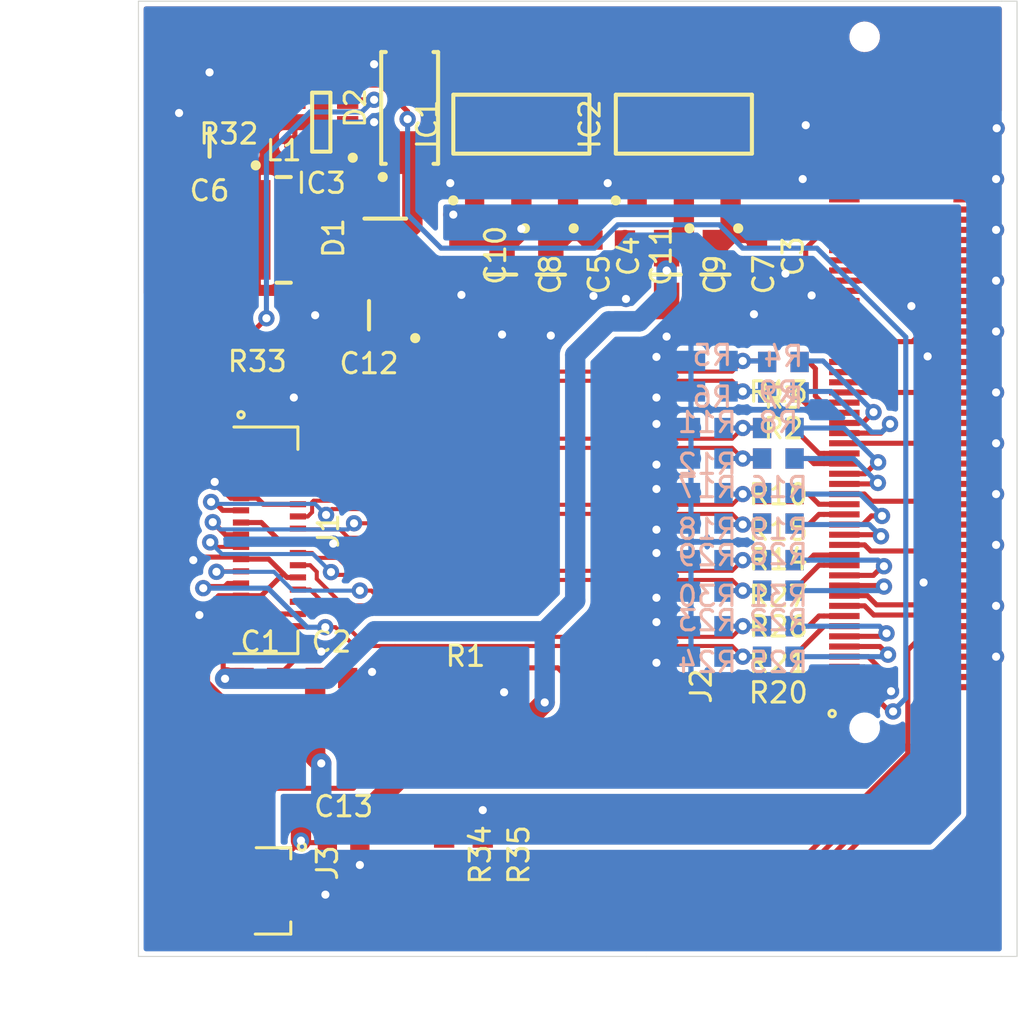
<source format=kicad_pcb>
(kicad_pcb (version 20190516) (host pcbnew "(5.1.0-776-g60b6f5ca3)")
  (layers (0 "F.Cu" signal) (31 "B.Cu" signal) (34 "B.Paste" user) (35 "F.Paste" user) (36 "B.SilkS" user) (37 "F.SilkS" user) (38 "B.Mask" user) (39 "F.Mask" user) (44 "Edge.Cuts" user))
  (net 0 "")
  (net 1 "+3V3")
  (net 2 "GND")
  (net 3 "+1V8")
  (net 4 "+5V")
  (net 5 "/LCD_BL_A")
  (net 6 "Net-(D1-Pad2)")
  (net 7 "/BL_EN")
  (net 8 "/LCD_BL_K")
  (net 9 "/DSI_L3_N")
  (net 10 "/DSI_L0_P")
  (net 11 "/DSI_CLK_N")
  (net 12 "/DSI_L1_P")
  (net 13 "/DSI_L2_N")
  (net 14 "/DSI_RESET_N")
  (net 15 "/DSI_L3_P")
  (net 16 "/DSI_L0_N")
  (net 17 "/DSI_CLK_P")
  (net 18 "/DSI_L1_N")
  (net 19 "/DSI_L2_P")
  (net 20 "/DSI_CLK_N_1")
  (net 21 "/DSI_CLK_P_1")
  (net 22 "/DSI_CLK_LP_N")
  (net 23 "/DSI_CLK_LP_P")
  (net 24 "/DSI_HS_N1")
  (net 25 "/DSI_HS_P1")
  (net 26 "/DSI_LP_N1")
  (net 27 "/DSI_LP_P1")
  (net 28 "/DSI_HS_N0")
  (net 29 "/DSI_HS_P0")
  (net 30 "/DSI_LP_N0")
  (net 31 "/DSI_LP_P0")
  (net 32 "/DSI_HS_N2")
  (net 33 "/DSI_HS_P2")
  (net 34 "/DSI_LP_N2")
  (net 35 "/DSI_LP_P2")
  (net 36 "/DSI_HS_N3")
  (net 37 "/DSI_HS_P3")
  (net 38 "/DSI_LP_N3")
  (net 39 "/DSI_LP_P3")
  (net 40 "/TSP_SDA")
  (net 41 "/TSP_SCL")
  (net 42 "/TSP_RST")
  (net 43 "/TSP_INT")
  (module "Resistors SMD:RESC1608X55N" (layer "F.Cu") (at 82.95 106.5 270)
    (fp_text reference "R35" (at 0 -1.776 90) (layer "F.SilkS"))
    (fp_text value "R0603_10K_1%_0.1W_100PPM" hide)
    (pad "1" smd rect (at -0.8 0 270) (size 0.9 1) (layers "F.Cu" "F.Paste" "F.Mask") (net 3 "+1V8"))
    (pad "2" smd rect (at 0.8 0 270) (size 0.9 1) (layers "F.Cu" "F.Paste" "F.Mask") (net 40 "/TSP_SDA"))
  )
  (module "Resistors SMD:RESC1608X55N" (layer "F.Cu") (at 81.05 106.5 270)
    (fp_text reference "R34" (at 0 -1.776 90) (layer "F.SilkS"))
    (fp_text value "R0603_10K_1%_0.1W_100PPM" hide)
    (pad "1" smd rect (at -0.8 0 270) (size 0.9 1) (layers "F.Cu" "F.Paste" "F.Mask") (net 3 "+1V8"))
    (pad "2" smd rect (at 0.8 0 270) (size 0.9 1) (layers "F.Cu" "F.Paste" "F.Mask") (net 41 "/TSP_SCL"))
  )
  (module "Connectors SMD:GT911_TS_FFC" (layer "F.Cu") (at 73.5 107 270)
    (fp_text reference "J3" (at -0.1 -1.8 270) (layer "F.SilkS"))
    (fp_text value "TS_FPC")
    (pad "nc" smd rect (at 3.385 2.16 270) (size 0.3 0.65) (layers "F.Cu" "F.Paste" "F.Mask"))
    (pad "nc" smd rect (at -0.885 2.16 270) (size 0.3 0.65) (layers "F.Cu" "F.Paste" "F.Mask"))
    (pad "1" smd rect (at 2.5 0 270) (size 0.3 0.65) (layers "F.Cu" "F.Paste" "F.Mask") (net 41 "/TSP_SCL"))
    (pad "2" smd rect (at 2 0 270) (size 0.3 0.65) (layers "F.Cu" "F.Paste" "F.Mask") (net 40 "/TSP_SDA"))
    (pad "3" smd rect (at 1.5 0 270) (size 0.3 0.65) (layers "F.Cu" "F.Paste" "F.Mask") (net 2 "GND"))
    (pad "4" smd rect (at 1 0 270) (size 0.3 0.65) (layers "F.Cu" "F.Paste" "F.Mask") (net 42 "/TSP_RST"))
    (pad "5" smd rect (at 0.5 0 270) (size 0.3 0.65) (layers "F.Cu" "F.Paste" "F.Mask") (net 43 "/TSP_INT"))
    (pad "6" smd rect (at 0 0 270) (size 0.3 0.65) (layers "F.Cu" "F.Paste" "F.Mask") (net 1 "+3V3"))
  )
  (module "Capacitors SMD:CAPC1608X87N" (layer "F.Cu") (at 76.1 105.9)
    (fp_text reference "C13" (at 0 -1.776) (layer "F.SilkS"))
    (fp_text value "CC0603_100NF_50V_10%_X5R" hide)
    (pad "1" smd rect (at -0.8 0) (size 0.95 1) (layers "F.Cu" "F.Paste" "F.Mask") (net 1 "+3V3"))
    (pad "2" smd rect (at 0.8 0) (size 0.95 1) (layers "F.Cu" "F.Paste" "F.Mask") (net 2 "GND"))
  )
  (module "Resistors SMD:RESC1608X55N" (layer "F.Cu") (at 71.85 84)
    (fp_text reference "R33" (at 0 -1.776) (layer "F.SilkS"))
    (fp_text value "R0603_82R_1%_0.1W_100PPM" hide)
    (pad "1" smd rect (at -0.8 0) (size 0.9 1) (layers "F.Cu" "F.Paste" "F.Mask") (net 8 "/LCD_BL_K"))
    (pad "2" smd rect (at 0.8 0) (size 0.9 1) (layers "F.Cu" "F.Paste" "F.Mask") (net 2 "GND"))
  )
  (module "Resistors SMD:RESC1608X55N" (layer "F.Cu") (at 70.45 69.25 180)
    (fp_text reference "R32" (at 0 -1.776) (layer "F.SilkS"))
    (fp_text value "R0603_10K_1%_0.1W_100PPM" hide)
    (pad "1" smd rect (at -0.8 0 180) (size 0.9 1) (layers "F.Cu" "F.Paste" "F.Mask") (net 7 "/BL_EN"))
    (pad "2" smd rect (at 0.8 0 180) (size 0.9 1) (layers "F.Cu" "F.Paste" "F.Mask") (net 2 "GND"))
  )
  (module "Resistors SMD:RESC1608X55N" (layer "B.Cu") (at 97.5 92)
    (fp_text reference "R31" (at 0 1.776) (layer "B.SilkS") (effects (justify mirror)))
    (fp_text value "R0603_22R_1%_0.1W_100PPM" hide)
    (pad "1" smd rect (at -0.8 0) (size 0.9 1) (layers "B.Cu" "B.Paste" "B.Mask") (net 16 "/DSI_L0_N"))
    (pad "2" smd rect (at 0.8 0) (size 0.9 1) (layers "B.Cu" "B.Paste" "B.Mask") (net 34 "/DSI_LP_N2"))
  )
  (module "Resistors SMD:RESC1608X55N" (layer "B.Cu") (at 94 92)
    (fp_text reference "R30" (at 0 1.776) (layer "B.SilkS") (effects (justify mirror)))
    (fp_text value "R0603_51R_1%_0.1W_100PPM" hide)
    (pad "1" smd rect (at -0.8 0) (size 0.9 1) (layers "B.Cu" "B.Paste" "B.Mask") (net 2 "GND"))
    (pad "2" smd rect (at 0.8 0) (size 0.9 1) (layers "B.Cu" "B.Paste" "B.Mask") (net 16 "/DSI_L0_N"))
  )
  (module "Resistors SMD:RESC1608X55N" (layer "B.Cu") (at 94 93.55 180)
    (fp_text reference "R29" (at 0 1.776) (layer "B.SilkS") (effects (justify mirror)))
    (fp_text value "R0603_51R_1%_0.1W_100PPM" hide)
    (pad "1" smd rect (at -0.8 0 180) (size 0.9 1) (layers "B.Cu" "B.Paste" "B.Mask") (net 10 "/DSI_L0_P"))
    (pad "2" smd rect (at 0.8 0 180) (size 0.9 1) (layers "B.Cu" "B.Paste" "B.Mask") (net 2 "GND"))
  )
  (module "Resistors SMD:RESC1608X55N" (layer "B.Cu") (at 97.5 93.5 180)
    (fp_text reference "R28" (at 0 1.776) (layer "B.SilkS") (effects (justify mirror)))
    (fp_text value "R0603_22R_1%_0.1W_100PPM" hide)
    (pad "1" smd rect (at -0.8 0 180) (size 0.9 1) (layers "B.Cu" "B.Paste" "B.Mask") (net 35 "/DSI_LP_P2"))
    (pad "2" smd rect (at 0.8 0 180) (size 0.9 1) (layers "B.Cu" "B.Paste" "B.Mask") (net 10 "/DSI_L0_P"))
  )
  (module "Resistors SMD:RESC1608X55N" (layer "F.Cu") (at 97.5 92 180)
    (fp_text reference "R27" (at 0 -1.776) (layer "F.SilkS"))
    (fp_text value "R0603_160R_1%_0.1W_100PPM" hide)
    (pad "1" smd rect (at -0.8 0 180) (size 0.9 1) (layers "F.Cu" "F.Paste" "F.Mask") (net 32 "/DSI_HS_N2"))
    (pad "2" smd rect (at 0.8 0 180) (size 0.9 1) (layers "F.Cu" "F.Paste" "F.Mask") (net 16 "/DSI_L0_N"))
  )
  (module "Resistors SMD:RESC1608X55N" (layer "F.Cu") (at 97.5 93.5 180)
    (fp_text reference "R26" (at 0 -1.776) (layer "F.SilkS"))
    (fp_text value "R0603_160R_1%_0.1W_100PPM" hide)
    (pad "1" smd rect (at -0.8 0 180) (size 0.9 1) (layers "F.Cu" "F.Paste" "F.Mask") (net 33 "/DSI_HS_P2"))
    (pad "2" smd rect (at 0.8 0 180) (size 0.9 1) (layers "F.Cu" "F.Paste" "F.Mask") (net 10 "/DSI_L0_P"))
  )
  (module "Resistors SMD:RESC1608X55N" (layer "B.Cu") (at 97.5 95.25)
    (fp_text reference "R25" (at 0 1.776) (layer "B.SilkS") (effects (justify mirror)))
    (fp_text value "R0603_22R_1%_0.1W_100PPM" hide)
    (pad "1" smd rect (at -0.8 0) (size 0.9 1) (layers "B.Cu" "B.Paste" "B.Mask") (net 9 "/DSI_L3_N"))
    (pad "2" smd rect (at 0.8 0) (size 0.9 1) (layers "B.Cu" "B.Paste" "B.Mask") (net 38 "/DSI_LP_N3"))
  )
  (module "Resistors SMD:RESC1608X55N" (layer "B.Cu") (at 94 95.25)
    (fp_text reference "R24" (at 0 1.776) (layer "B.SilkS") (effects (justify mirror)))
    (fp_text value "R0603_51R_1%_0.1W_100PPM" hide)
    (pad "1" smd rect (at -0.8 0) (size 0.9 1) (layers "B.Cu" "B.Paste" "B.Mask") (net 2 "GND"))
    (pad "2" smd rect (at 0.8 0) (size 0.9 1) (layers "B.Cu" "B.Paste" "B.Mask") (net 9 "/DSI_L3_N"))
  )
  (module "Resistors SMD:RESC1608X55N" (layer "B.Cu") (at 94 96.75 180)
    (fp_text reference "R23" (at 0 1.776) (layer "B.SilkS") (effects (justify mirror)))
    (fp_text value "R0603_51R_1%_0.1W_100PPM" hide)
    (pad "1" smd rect (at -0.8 0 180) (size 0.9 1) (layers "B.Cu" "B.Paste" "B.Mask") (net 15 "/DSI_L3_P"))
    (pad "2" smd rect (at 0.8 0 180) (size 0.9 1) (layers "B.Cu" "B.Paste" "B.Mask") (net 2 "GND"))
  )
  (module "Resistors SMD:RESC1608X55N" (layer "B.Cu") (at 97.5 96.75 180)
    (fp_text reference "R22" (at 0 1.776) (layer "B.SilkS") (effects (justify mirror)))
    (fp_text value "R0603_22R_1%_0.1W_100PPM" hide)
    (pad "1" smd rect (at -0.8 0 180) (size 0.9 1) (layers "B.Cu" "B.Paste" "B.Mask") (net 39 "/DSI_LP_P3"))
    (pad "2" smd rect (at 0.8 0 180) (size 0.9 1) (layers "B.Cu" "B.Paste" "B.Mask") (net 15 "/DSI_L3_P"))
  )
  (module "Resistors SMD:RESC1608X55N" (layer "F.Cu") (at 97.5 95.25 180)
    (fp_text reference "R21" (at 0 -1.776) (layer "F.SilkS"))
    (fp_text value "R0603_160R_1%_0.1W_100PPM" hide)
    (pad "1" smd rect (at -0.8 0 180) (size 0.9 1) (layers "F.Cu" "F.Paste" "F.Mask") (net 36 "/DSI_HS_N3"))
    (pad "2" smd rect (at 0.8 0 180) (size 0.9 1) (layers "F.Cu" "F.Paste" "F.Mask") (net 9 "/DSI_L3_N"))
  )
  (module "Resistors SMD:RESC1608X55N" (layer "F.Cu") (at 97.5 96.75 180)
    (fp_text reference "R20" (at 0 -1.776) (layer "F.SilkS"))
    (fp_text value "R0603_160R_1%_0.1W_100PPM" hide)
    (pad "1" smd rect (at -0.8 0 180) (size 0.9 1) (layers "F.Cu" "F.Paste" "F.Mask") (net 37 "/DSI_HS_P3"))
    (pad "2" smd rect (at 0.8 0 180) (size 0.9 1) (layers "F.Cu" "F.Paste" "F.Mask") (net 15 "/DSI_L3_P"))
  )
  (module "Resistors SMD:RESC1608X55N" (layer "B.Cu") (at 97.5 88.7)
    (fp_text reference "R19" (at 0 1.776) (layer "B.SilkS") (effects (justify mirror)))
    (fp_text value "R0603_22R_1%_0.1W_100PPM" hide)
    (pad "1" smd rect (at -0.8 0) (size 0.9 1) (layers "B.Cu" "B.Paste" "B.Mask") (net 11 "/DSI_CLK_N"))
    (pad "2" smd rect (at 0.8 0) (size 0.9 1) (layers "B.Cu" "B.Paste" "B.Mask") (net 22 "/DSI_CLK_LP_N"))
  )
  (module "Resistors SMD:RESC1608X55N" (layer "B.Cu") (at 94 88.7)
    (fp_text reference "R18" (at 0 1.776) (layer "B.SilkS") (effects (justify mirror)))
    (fp_text value "R0603_51R_1%_0.1W_100PPM" hide)
    (pad "1" smd rect (at -0.8 0) (size 0.9 1) (layers "B.Cu" "B.Paste" "B.Mask") (net 2 "GND"))
    (pad "2" smd rect (at 0.8 0) (size 0.9 1) (layers "B.Cu" "B.Paste" "B.Mask") (net 11 "/DSI_CLK_N"))
  )
  (module "Resistors SMD:RESC1608X55N" (layer "B.Cu") (at 94 90.2 180)
    (fp_text reference "R17" (at 0 1.776) (layer "B.SilkS") (effects (justify mirror)))
    (fp_text value "R0603_51R_1%_0.1W_100PPM" hide)
    (pad "1" smd rect (at -0.8 0 180) (size 0.9 1) (layers "B.Cu" "B.Paste" "B.Mask") (net 17 "/DSI_CLK_P"))
    (pad "2" smd rect (at 0.8 0 180) (size 0.9 1) (layers "B.Cu" "B.Paste" "B.Mask") (net 2 "GND"))
  )
  (module "Resistors SMD:RESC1608X55N" (layer "B.Cu") (at 97.5 90.2 180)
    (fp_text reference "R16" (at 0 1.776) (layer "B.SilkS") (effects (justify mirror)))
    (fp_text value "R0603_22R_1%_0.1W_100PPM" hide)
    (pad "1" smd rect (at -0.8 0 180) (size 0.9 1) (layers "B.Cu" "B.Paste" "B.Mask") (net 23 "/DSI_CLK_LP_P"))
    (pad "2" smd rect (at 0.8 0 180) (size 0.9 1) (layers "B.Cu" "B.Paste" "B.Mask") (net 17 "/DSI_CLK_P"))
  )
  (module "Resistors SMD:RESC1608X55N" (layer "F.Cu") (at 97.5 88.75 180)
    (fp_text reference "R15" (at 0 -1.776) (layer "F.SilkS"))
    (fp_text value "R0603_160R_1%_0.1W_100PPM" hide)
    (pad "1" smd rect (at -0.8 0 180) (size 0.9 1) (layers "F.Cu" "F.Paste" "F.Mask") (net 20 "/DSI_CLK_N_1"))
    (pad "2" smd rect (at 0.8 0 180) (size 0.9 1) (layers "F.Cu" "F.Paste" "F.Mask") (net 11 "/DSI_CLK_N"))
  )
  (module "Resistors SMD:RESC1608X55N" (layer "F.Cu") (at 97.5 90.2 180)
    (fp_text reference "R14" (at 0 -1.776) (layer "F.SilkS"))
    (fp_text value "R0603_160R_1%_0.1W_100PPM" hide)
    (pad "1" smd rect (at -0.8 0 180) (size 0.9 1) (layers "F.Cu" "F.Paste" "F.Mask") (net 21 "/DSI_CLK_P_1"))
    (pad "2" smd rect (at 0.8 0 180) (size 0.9 1) (layers "F.Cu" "F.Paste" "F.Mask") (net 17 "/DSI_CLK_P"))
  )
  (module "Resistors SMD:RESC1608X55N" (layer "F.Cu") (at 97.5 85.5)
    (fp_text reference "R13" (at 0 -1.776) (layer "F.SilkS"))
    (fp_text value "R0603_22R_1%_0.1W_100PPM" hide)
    (pad "1" smd rect (at -0.8 0) (size 0.9 1) (layers "F.Cu" "F.Paste" "F.Mask") (net 18 "/DSI_L1_N"))
    (pad "2" smd rect (at 0.8 0) (size 0.9 1) (layers "F.Cu" "F.Paste" "F.Mask") (net 24 "/DSI_HS_N1"))
  )
  (module "Resistors SMD:RESC1608X55N" (layer "B.Cu") (at 94 85.5)
    (fp_text reference "R12" (at 0 1.776) (layer "B.SilkS") (effects (justify mirror)))
    (fp_text value "R0603_51R_1%_0.1W_100PPM" hide)
    (pad "1" smd rect (at -0.8 0) (size 0.9 1) (layers "B.Cu" "B.Paste" "B.Mask") (net 2 "GND"))
    (pad "2" smd rect (at 0.8 0) (size 0.9 1) (layers "B.Cu" "B.Paste" "B.Mask") (net 18 "/DSI_L1_N"))
  )
  (module "Resistors SMD:RESC1608X55N" (layer "B.Cu") (at 94 87 180)
    (fp_text reference "R11" (at 0 1.776) (layer "B.SilkS") (effects (justify mirror)))
    (fp_text value "R0603_51R_1%_0.1W_100PPM" hide)
    (pad "1" smd rect (at -0.8 0 180) (size 0.9 1) (layers "B.Cu" "B.Paste" "B.Mask") (net 12 "/DSI_L1_P"))
    (pad "2" smd rect (at 0.8 0 180) (size 0.9 1) (layers "B.Cu" "B.Paste" "B.Mask") (net 2 "GND"))
  )
  (module "Resistors SMD:RESC1608X55N" (layer "F.Cu") (at 97.5 87 180)
    (fp_text reference "R10" (at 0 -1.776) (layer "F.SilkS"))
    (fp_text value "R0603_22R_1%_0.1W_100PPM" hide)
    (pad "1" smd rect (at -0.8 0 180) (size 0.9 1) (layers "F.Cu" "F.Paste" "F.Mask") (net 25 "/DSI_HS_P1"))
    (pad "2" smd rect (at 0.8 0 180) (size 0.9 1) (layers "F.Cu" "F.Paste" "F.Mask") (net 12 "/DSI_L1_P"))
  )
  (module "Resistors SMD:RESC1608X55N" (layer "B.Cu") (at 97.5 85.5 180)
    (fp_text reference "R9" (at 0 1.776) (layer "B.SilkS") (effects (justify mirror)))
    (fp_text value "R0603_160R_1%_0.1W_100PPM" hide)
    (pad "1" smd rect (at -0.8 0 180) (size 0.9 1) (layers "B.Cu" "B.Paste" "B.Mask") (net 26 "/DSI_LP_N1"))
    (pad "2" smd rect (at 0.8 0 180) (size 0.9 1) (layers "B.Cu" "B.Paste" "B.Mask") (net 18 "/DSI_L1_N"))
  )
  (module "Resistors SMD:RESC1608X55N" (layer "B.Cu") (at 97.5 87 180)
    (fp_text reference "R8" (at 0 1.776) (layer "B.SilkS") (effects (justify mirror)))
    (fp_text value "R0603_160R_1%_0.1W_100PPM" hide)
    (pad "1" smd rect (at -0.8 0 180) (size 0.9 1) (layers "B.Cu" "B.Paste" "B.Mask") (net 27 "/DSI_LP_P1"))
    (pad "2" smd rect (at 0.8 0 180) (size 0.9 1) (layers "B.Cu" "B.Paste" "B.Mask") (net 12 "/DSI_L1_P"))
  )
  (module "Resistors SMD:RESC1608X55N" (layer "B.Cu") (at 97.75 82.25)
    (fp_text reference "R7" (at 0 1.776) (layer "B.SilkS") (effects (justify mirror)))
    (fp_text value "R0603_22R_1%_0.1W_100PPM" hide)
    (pad "1" smd rect (at -0.8 0) (size 0.9 1) (layers "B.Cu" "B.Paste" "B.Mask") (net 13 "/DSI_L2_N"))
    (pad "2" smd rect (at 0.8 0) (size 0.9 1) (layers "B.Cu" "B.Paste" "B.Mask") (net 30 "/DSI_LP_N0"))
  )
  (module "Resistors SMD:RESC1608X55N" (layer "B.Cu") (at 94.25 82.2)
    (fp_text reference "R6" (at 0 1.776) (layer "B.SilkS") (effects (justify mirror)))
    (fp_text value "R0603_51R_1%_0.1W_100PPM" hide)
    (pad "1" smd rect (at -0.8 0) (size 0.9 1) (layers "B.Cu" "B.Paste" "B.Mask") (net 2 "GND"))
    (pad "2" smd rect (at 0.8 0) (size 0.9 1) (layers "B.Cu" "B.Paste" "B.Mask") (net 13 "/DSI_L2_N"))
  )
  (module "Resistors SMD:RESC1608X55N" (layer "B.Cu") (at 94.25 83.7 180)
    (fp_text reference "R5" (at 0 1.776) (layer "B.SilkS") (effects (justify mirror)))
    (fp_text value "R0603_51R_1%_0.1W_100PPM" hide)
    (pad "1" smd rect (at -0.8 0 180) (size 0.9 1) (layers "B.Cu" "B.Paste" "B.Mask") (net 19 "/DSI_L2_P"))
    (pad "2" smd rect (at 0.8 0 180) (size 0.9 1) (layers "B.Cu" "B.Paste" "B.Mask") (net 2 "GND"))
  )
  (module "Resistors SMD:RESC1608X55N" (layer "B.Cu") (at 97.75 83.75 180)
    (fp_text reference "R4" (at 0 1.776) (layer "B.SilkS") (effects (justify mirror)))
    (fp_text value "R0603_22R_1%_0.1W_100PPM" hide)
    (pad "1" smd rect (at -0.8 0 180) (size 0.9 1) (layers "B.Cu" "B.Paste" "B.Mask") (net 31 "/DSI_LP_P0"))
    (pad "2" smd rect (at 0.8 0 180) (size 0.9 1) (layers "B.Cu" "B.Paste" "B.Mask") (net 19 "/DSI_L2_P"))
  )
  (module "Resistors SMD:RESC1608X55N" (layer "F.Cu") (at 97.75 82.25 180)
    (fp_text reference "R3" (at 0 -1.776) (layer "F.SilkS"))
    (fp_text value "R0603_160R_1%_0.1W_100PPM" hide)
    (pad "1" smd rect (at -0.8 0 180) (size 0.9 1) (layers "F.Cu" "F.Paste" "F.Mask") (net 28 "/DSI_HS_N0"))
    (pad "2" smd rect (at 0.8 0 180) (size 0.9 1) (layers "F.Cu" "F.Paste" "F.Mask") (net 13 "/DSI_L2_N"))
  )
  (module "Resistors SMD:RESC1608X55N" (layer "F.Cu") (at 97.75 83.75 180)
    (fp_text reference "R2" (at 0 -1.776) (layer "F.SilkS"))
    (fp_text value "R0603_160R_1%_0.1W_100PPM" hide)
    (pad "1" smd rect (at -0.8 0 180) (size 0.9 1) (layers "F.Cu" "F.Paste" "F.Mask") (net 29 "/DSI_HS_P0"))
    (pad "2" smd rect (at 0.8 0 180) (size 0.9 1) (layers "F.Cu" "F.Paste" "F.Mask") (net 19 "/DSI_L2_P"))
  )
  (module "Resistors SMD:RESC1608X55N" (layer "F.Cu") (at 82.1 98.5)
    (fp_text reference "R1" (at 0 -1.776) (layer "F.SilkS"))
    (fp_text value "R0603_10K_1%_0.1W_100PPM" hide)
    (pad "1" smd rect (at -0.8 0) (size 0.9 1) (layers "F.Cu" "F.Paste" "F.Mask") (net 14 "/DSI_RESET_N"))
    (pad "2" smd rect (at 0.8 0) (size 0.9 1) (layers "F.Cu" "F.Paste" "F.Mask") (net 2 "GND"))
  )
  (module "Inductors SMD:IND_TDK_VLCF5020-1" (layer "F.Cu") (at 73.15 75.75)
    (fp_text reference "L1" (at 0 -3.901) (layer "F.SilkS"))
    (fp_text value "IND_10UH_20%_TDK_VLCF5020-1" hide)
    (pad "2" smd rect (at 2.3 0 180) (size 0.9 3.1) (layers "F.Cu" "F.Paste" "F.Mask") (net 6 "Net-(D1-Pad2)"))
    (pad "1" smd rect (at -1.25 0) (size 1.2 4.9) (layers "F.Cu" "F.Paste" "F.Mask") (net 4 "+5V"))
    (pad "2" smd rect (at 1.25 0) (size 1.2 4.9) (layers "F.Cu" "F.Paste" "F.Mask") (net 6 "Net-(D1-Pad2)"))
    (pad "1" smd rect (at -2.3 0) (size 0.9 3.1) (layers "F.Cu" "F.Paste" "F.Mask") (net 4 "+5V"))
  )
  (module "Connectors SMD:SAMTEC_BTH-060-01-L-D-A" (layer "F.Cu") (at 100.75 98.25 90)
    (fp_text reference "J2" (at 0.05 -7.05 90) (layer "F.SilkS"))
    (fp_text value "SAMTEC_BTH-060-01-L-D-A")
    (pad "1" smd rect (at 0 0 270) (size 0.3 1.5) (layers "F.Cu" "F.Paste" "F.Mask"))
    (pad "3" smd rect (at 0.5 0 270) (size 0.3 1.5) (layers "F.Cu" "F.Paste" "F.Mask") (net 14 "/DSI_RESET_N"))
    (pad "5" smd rect (at 1 0 270) (size 0.3 1.5) (layers "F.Cu" "F.Paste" "F.Mask") (net 7 "/BL_EN"))
    (pad "7" smd rect (at 1.5 0 270) (size 0.3 1.5) (layers "F.Cu" "F.Paste" "F.Mask") (net 2 "GND"))
    (pad "9" smd rect (at 2 0 270) (size 0.3 1.5) (layers "F.Cu" "F.Paste" "F.Mask") (net 39 "/DSI_LP_P3"))
    (pad "11" smd rect (at 2.5 0 270) (size 0.3 1.5) (layers "F.Cu" "F.Paste" "F.Mask") (net 38 "/DSI_LP_N3"))
    (pad "13" smd rect (at 3 0 270) (size 0.3 1.5) (layers "F.Cu" "F.Paste" "F.Mask") (net 37 "/DSI_HS_P3"))
    (pad "15" smd rect (at 3.5 0 270) (size 0.3 1.5) (layers "F.Cu" "F.Paste" "F.Mask") (net 36 "/DSI_HS_N3"))
    (pad "17" smd rect (at 4 0 270) (size 0.3 1.5) (layers "F.Cu" "F.Paste" "F.Mask") (net 2 "GND"))
    (pad "19" smd rect (at 4.5 0 270) (size 0.3 1.5) (layers "F.Cu" "F.Paste" "F.Mask") (net 3 "+1V8"))
    (pad "21" smd rect (at 5 0 270) (size 0.3 1.5) (layers "F.Cu" "F.Paste" "F.Mask") (net 35 "/DSI_LP_P2"))
    (pad "23" smd rect (at 5.5 0 270) (size 0.3 1.5) (layers "F.Cu" "F.Paste" "F.Mask") (net 34 "/DSI_LP_N2"))
    (pad "25" smd rect (at 6 0 270) (size 0.3 1.5) (layers "F.Cu" "F.Paste" "F.Mask") (net 33 "/DSI_HS_P2"))
    (pad "27" smd rect (at 6.5 0 270) (size 0.3 1.5) (layers "F.Cu" "F.Paste" "F.Mask") (net 32 "/DSI_HS_N2"))
    (pad "29" smd rect (at 7 0 270) (size 0.3 1.5) (layers "F.Cu" "F.Paste" "F.Mask") (net 2 "GND"))
    (pad "31" smd rect (at 7.5 0 270) (size 0.3 1.5) (layers "F.Cu" "F.Paste" "F.Mask") (net 23 "/DSI_CLK_LP_P"))
    (pad "33" smd rect (at 8 0 270) (size 0.3 1.5) (layers "F.Cu" "F.Paste" "F.Mask") (net 22 "/DSI_CLK_LP_N"))
    (pad "35" smd rect (at 8.5 0 270) (size 0.3 1.5) (layers "F.Cu" "F.Paste" "F.Mask") (net 21 "/DSI_CLK_P_1"))
    (pad "37" smd rect (at 9 0 270) (size 0.3 1.5) (layers "F.Cu" "F.Paste" "F.Mask") (net 20 "/DSI_CLK_N_1"))
    (pad "39" smd rect (at 9.5 0 270) (size 0.3 1.5) (layers "F.Cu" "F.Paste" "F.Mask") (net 2 "GND"))
    (pad "41" smd rect (at 10 0 270) (size 0.3 1.5) (layers "F.Cu" "F.Paste" "F.Mask") (net 27 "/DSI_LP_P1"))
    (pad "43" smd rect (at 10.5 0 270) (size 0.3 1.5) (layers "F.Cu" "F.Paste" "F.Mask") (net 26 "/DSI_LP_N1"))
    (pad "45" smd rect (at 11 0 270) (size 0.3 1.5) (layers "F.Cu" "F.Paste" "F.Mask") (net 25 "/DSI_HS_P1"))
    (pad "47" smd rect (at 11.5 0 270) (size 0.3 1.5) (layers "F.Cu" "F.Paste" "F.Mask") (net 24 "/DSI_HS_N1"))
    (pad "49" smd rect (at 12 0 270) (size 0.3 1.5) (layers "F.Cu" "F.Paste" "F.Mask") (net 2 "GND"))
    (pad "51" smd rect (at 12.5 0 270) (size 0.3 1.5) (layers "F.Cu" "F.Paste" "F.Mask") (net 31 "/DSI_LP_P0"))
    (pad "53" smd rect (at 13 0 270) (size 0.3 1.5) (layers "F.Cu" "F.Paste" "F.Mask") (net 30 "/DSI_LP_N0"))
    (pad "55" smd rect (at 13.5 0 270) (size 0.3 1.5) (layers "F.Cu" "F.Paste" "F.Mask") (net 29 "/DSI_HS_P0"))
    (pad "57" smd rect (at 14 0 270) (size 0.3 1.5) (layers "F.Cu" "F.Paste" "F.Mask") (net 28 "/DSI_HS_N0"))
    (pad "59" smd rect (at 14.5 0 270) (size 0.3 1.5) (layers "F.Cu" "F.Paste" "F.Mask") (net 2 "GND"))
    (pad "61" smd rect (at 15 0 270) (size 0.3 1.5) (layers "F.Cu" "F.Paste" "F.Mask"))
    (pad "63" smd rect (at 15.5 0 270) (size 0.3 1.5) (layers "F.Cu" "F.Paste" "F.Mask"))
    (pad "65" smd rect (at 16 0 270) (size 0.3 1.5) (layers "F.Cu" "F.Paste" "F.Mask"))
    (pad "67" smd rect (at 16.5 0 270) (size 0.3 1.5) (layers "F.Cu" "F.Paste" "F.Mask"))
    (pad "69" smd rect (at 17 0 270) (size 0.3 1.5) (layers "F.Cu" "F.Paste" "F.Mask") (net 2 "GND"))
    (pad "71" smd rect (at 17.5 0 270) (size 0.3 1.5) (layers "F.Cu" "F.Paste" "F.Mask"))
    (pad "73" smd rect (at 18 0 270) (size 0.3 1.5) (layers "F.Cu" "F.Paste" "F.Mask"))
    (pad "75" smd rect (at 18.5 0 270) (size 0.3 1.5) (layers "F.Cu" "F.Paste" "F.Mask"))
    (pad "77" smd rect (at 19 0 270) (size 0.3 1.5) (layers "F.Cu" "F.Paste" "F.Mask"))
    (pad "79" smd rect (at 19.5 0 270) (size 0.3 1.5) (layers "F.Cu" "F.Paste" "F.Mask") (net 2 "GND"))
    (pad "81" smd rect (at 20 0 270) (size 0.3 1.5) (layers "F.Cu" "F.Paste" "F.Mask") (net 3 "+1V8"))
    (pad "83" smd rect (at 20.5 0 270) (size 0.3 1.5) (layers "F.Cu" "F.Paste" "F.Mask"))
    (pad "85" smd rect (at 21 0 270) (size 0.3 1.5) (layers "F.Cu" "F.Paste" "F.Mask"))
    (pad "87" smd rect (at 21.5 0 270) (size 0.3 1.5) (layers "F.Cu" "F.Paste" "F.Mask"))
    (pad "89" smd rect (at 22 0 270) (size 0.3 1.5) (layers "F.Cu" "F.Paste" "F.Mask"))
    (pad "91" smd rect (at 22.5 0 270) (size 0.3 1.5) (layers "F.Cu" "F.Paste" "F.Mask") (net 2 "GND"))
    (pad "93" smd rect (at 23 0 270) (size 0.3 1.5) (layers "F.Cu" "F.Paste" "F.Mask"))
    (pad "95" smd rect (at 23.5 0 270) (size 0.3 1.5) (layers "F.Cu" "F.Paste" "F.Mask"))
    (pad "97" smd rect (at 24 0 270) (size 0.3 1.5) (layers "F.Cu" "F.Paste" "F.Mask"))
    (pad "99" smd rect (at 24.5 0 270) (size 0.3 1.5) (layers "F.Cu" "F.Paste" "F.Mask"))
    (pad "101" smd rect (at 25 0 270) (size 0.3 1.5) (layers "F.Cu" "F.Paste" "F.Mask") (net 2 "GND"))
    (pad "103" smd rect (at 25.5 0 270) (size 0.3 1.5) (layers "F.Cu" "F.Paste" "F.Mask"))
    (pad "105" smd rect (at 26 0 270) (size 0.3 1.5) (layers "F.Cu" "F.Paste" "F.Mask"))
    (pad "107" smd rect (at 26.5 0 270) (size 0.3 1.5) (layers "F.Cu" "F.Paste" "F.Mask"))
    (pad "109" smd rect (at 27 0 270) (size 0.3 1.5) (layers "F.Cu" "F.Paste" "F.Mask"))
    (pad "111" smd rect (at 27.5 0 270) (size 0.3 1.5) (layers "F.Cu" "F.Paste" "F.Mask") (net 2 "GND"))
    (pad "113" smd rect (at 28 0 270) (size 0.3 1.5) (layers "F.Cu" "F.Paste" "F.Mask") (net 2 "GND"))
    (pad "115" smd rect (at 28.5 0 270) (size 0.3 1.5) (layers "F.Cu" "F.Paste" "F.Mask") (net 4 "+5V"))
    (pad "117" smd rect (at 29 0 270) (size 0.3 1.5) (layers "F.Cu" "F.Paste" "F.Mask") (net 4 "+5V"))
    (pad "119" smd rect (at 29.5 0 270) (size 0.3 1.5) (layers "F.Cu" "F.Paste" "F.Mask") (net 4 "+5V"))
    (pad "2" smd rect (at 0 6.12 270) (size 0.3 1.5) (layers "F.Cu" "F.Paste" "F.Mask"))
    (pad "4" smd rect (at 0.5 6.12 270) (size 0.3 1.5) (layers "F.Cu" "F.Paste" "F.Mask"))
    (pad "6" smd rect (at 1 6.12 270) (size 0.3 1.5) (layers "F.Cu" "F.Paste" "F.Mask"))
    (pad "8" smd rect (at 1.5 6.12 270) (size 0.3 1.5) (layers "F.Cu" "F.Paste" "F.Mask") (net 2 "GND"))
    (pad "10" smd rect (at 2 6.12 270) (size 0.3 1.5) (layers "F.Cu" "F.Paste" "F.Mask") (net 43 "/TSP_INT"))
    (pad "12" smd rect (at 2.5 6.12 270) (size 0.3 1.5) (layers "F.Cu" "F.Paste" "F.Mask") (net 42 "/TSP_RST"))
    (pad "14" smd rect (at 3 6.12 270) (size 0.3 1.5) (layers "F.Cu" "F.Paste" "F.Mask") (net 41 "/TSP_SCL"))
    (pad "16" smd rect (at 3.5 6.12 270) (size 0.3 1.5) (layers "F.Cu" "F.Paste" "F.Mask") (net 40 "/TSP_SDA"))
    (pad "18" smd rect (at 4 6.12 270) (size 0.3 1.5) (layers "F.Cu" "F.Paste" "F.Mask") (net 2 "GND"))
    (pad "20" smd rect (at 4.5 6.12 270) (size 0.3 1.5) (layers "F.Cu" "F.Paste" "F.Mask") (net 3 "+1V8"))
    (pad "22" smd rect (at 5 6.12 270) (size 0.3 1.5) (layers "F.Cu" "F.Paste" "F.Mask"))
    (pad "24" smd rect (at 5.5 6.12 270) (size 0.3 1.5) (layers "F.Cu" "F.Paste" "F.Mask"))
    (pad "26" smd rect (at 6 6.12 270) (size 0.3 1.5) (layers "F.Cu" "F.Paste" "F.Mask"))
    (pad "28" smd rect (at 6.5 6.12 270) (size 0.3 1.5) (layers "F.Cu" "F.Paste" "F.Mask"))
    (pad "30" smd rect (at 7 6.12 270) (size 0.3 1.5) (layers "F.Cu" "F.Paste" "F.Mask") (net 2 "GND"))
    (pad "32" smd rect (at 7.5 6.12 270) (size 0.3 1.5) (layers "F.Cu" "F.Paste" "F.Mask"))
    (pad "34" smd rect (at 8 6.12 270) (size 0.3 1.5) (layers "F.Cu" "F.Paste" "F.Mask"))
    (pad "36" smd rect (at 8.5 6.12 270) (size 0.3 1.5) (layers "F.Cu" "F.Paste" "F.Mask"))
    (pad "38" smd rect (at 9 6.12 270) (size 0.3 1.5) (layers "F.Cu" "F.Paste" "F.Mask"))
    (pad "40" smd rect (at 9.5 6.12 270) (size 0.3 1.5) (layers "F.Cu" "F.Paste" "F.Mask") (net 2 "GND"))
    (pad "42" smd rect (at 10 6.12 270) (size 0.3 1.5) (layers "F.Cu" "F.Paste" "F.Mask"))
    (pad "44" smd rect (at 10.5 6.12 270) (size 0.3 1.5) (layers "F.Cu" "F.Paste" "F.Mask"))
    (pad "46" smd rect (at 11 6.12 270) (size 0.3 1.5) (layers "F.Cu" "F.Paste" "F.Mask"))
    (pad "48" smd rect (at 11.5 6.12 270) (size 0.3 1.5) (layers "F.Cu" "F.Paste" "F.Mask"))
    (pad "50" smd rect (at 12 6.12 270) (size 0.3 1.5) (layers "F.Cu" "F.Paste" "F.Mask") (net 2 "GND"))
    (pad "52" smd rect (at 12.5 6.12 270) (size 0.3 1.5) (layers "F.Cu" "F.Paste" "F.Mask"))
    (pad "54" smd rect (at 13 6.12 270) (size 0.3 1.5) (layers "F.Cu" "F.Paste" "F.Mask"))
    (pad "56" smd rect (at 13.5 6.12 270) (size 0.3 1.5) (layers "F.Cu" "F.Paste" "F.Mask"))
    (pad "58" smd rect (at 14 6.12 270) (size 0.3 1.5) (layers "F.Cu" "F.Paste" "F.Mask"))
    (pad "60" smd rect (at 14.5 6.12 270) (size 0.3 1.5) (layers "F.Cu" "F.Paste" "F.Mask") (net 2 "GND"))
    (pad "62" smd rect (at 15 6.12 270) (size 0.3 1.5) (layers "F.Cu" "F.Paste" "F.Mask"))
    (pad "64" smd rect (at 15.5 6.12 270) (size 0.3 1.5) (layers "F.Cu" "F.Paste" "F.Mask"))
    (pad "66" smd rect (at 16 6.12 270) (size 0.3 1.5) (layers "F.Cu" "F.Paste" "F.Mask"))
    (pad "68" smd rect (at 16.5 6.12 270) (size 0.3 1.5) (layers "F.Cu" "F.Paste" "F.Mask"))
    (pad "70" smd rect (at 17 6.12 270) (size 0.3 1.5) (layers "F.Cu" "F.Paste" "F.Mask") (net 3 "+1V8"))
    (pad "72" smd rect (at 17.5 6.12 270) (size 0.3 1.5) (layers "F.Cu" "F.Paste" "F.Mask") (net 2 "GND"))
    (pad "74" smd rect (at 18 6.12 270) (size 0.3 1.5) (layers "F.Cu" "F.Paste" "F.Mask"))
    (pad "76" smd rect (at 18.5 6.12 270) (size 0.3 1.5) (layers "F.Cu" "F.Paste" "F.Mask"))
    (pad "78" smd rect (at 19 6.12 270) (size 0.3 1.5) (layers "F.Cu" "F.Paste" "F.Mask"))
    (pad "80" smd rect (at 19.5 6.12 270) (size 0.3 1.5) (layers "F.Cu" "F.Paste" "F.Mask"))
    (pad "82" smd rect (at 20 6.12 270) (size 0.3 1.5) (layers "F.Cu" "F.Paste" "F.Mask") (net 2 "GND"))
    (pad "84" smd rect (at 20.5 6.12 270) (size 0.3 1.5) (layers "F.Cu" "F.Paste" "F.Mask"))
    (pad "86" smd rect (at 21 6.12 270) (size 0.3 1.5) (layers "F.Cu" "F.Paste" "F.Mask"))
    (pad "88" smd rect (at 21.5 6.12 270) (size 0.3 1.5) (layers "F.Cu" "F.Paste" "F.Mask"))
    (pad "90" smd rect (at 22 6.12 270) (size 0.3 1.5) (layers "F.Cu" "F.Paste" "F.Mask"))
    (pad "92" smd rect (at 22.5 6.12 270) (size 0.3 1.5) (layers "F.Cu" "F.Paste" "F.Mask") (net 2 "GND"))
    (pad "94" smd rect (at 23 6.12 270) (size 0.3 1.5) (layers "F.Cu" "F.Paste" "F.Mask"))
    (pad "96" smd rect (at 23.5 6.12 270) (size 0.3 1.5) (layers "F.Cu" "F.Paste" "F.Mask"))
    (pad "98" smd rect (at 24 6.12 270) (size 0.3 1.5) (layers "F.Cu" "F.Paste" "F.Mask"))
    (pad "100" smd rect (at 24.5 6.12 270) (size 0.3 1.5) (layers "F.Cu" "F.Paste" "F.Mask"))
    (pad "102" smd rect (at 25 6.12 270) (size 0.3 1.5) (layers "F.Cu" "F.Paste" "F.Mask") (net 2 "GND"))
    (pad "104" smd rect (at 25.5 6.12 270) (size 0.3 1.5) (layers "F.Cu" "F.Paste" "F.Mask"))
    (pad "106" smd rect (at 26 6.12 270) (size 0.3 1.5) (layers "F.Cu" "F.Paste" "F.Mask"))
    (pad "108" smd rect (at 26.5 6.12 270) (size 0.3 1.5) (layers "F.Cu" "F.Paste" "F.Mask"))
    (pad "110" smd rect (at 27 6.12 270) (size 0.3 1.5) (layers "F.Cu" "F.Paste" "F.Mask"))
    (pad "112" smd rect (at 27.5 6.12 270) (size 0.3 1.5) (layers "F.Cu" "F.Paste" "F.Mask") (net 2 "GND"))
    (pad "114" smd rect (at 28 6.12 270) (size 0.3 1.5) (layers "F.Cu" "F.Paste" "F.Mask"))
    (pad "116" smd rect (at 28.5 6.12 270) (size 0.3 1.5) (layers "F.Cu" "F.Paste" "F.Mask") (net 4 "+5V"))
    (pad "118" smd rect (at 29 6.12 270) (size 0.3 1.5) (layers "F.Cu" "F.Paste" "F.Mask") (net 4 "+5V"))
    (pad "120" smd rect (at 29.5 6.12 270) (size 0.3 1.5) (layers "F.Cu" "F.Paste" "F.Mask") (net 4 "+5V"))
    (pad "" np_thru_hole circle (at -2 1 270) (size 1 1) (drill 1) (layers *.Cu))
    (pad "" np_thru_hole circle (at 32 1 270) (size 1 1) (drill 1) (layers *.Cu))
  )
  (module "Connectors SMD:FH35W-31S" (layer "F.Cu") (at 74.05 90.55 270)
    (fp_text reference "J1" (at 0 -1.3 90) (layer "F.SilkS"))
    (fp_text value "FH35W-31S")
    (pad "NC" smd rect (at 5.7 2.75 90) (size 0.4 0.95) (layers "F.Cu" "F.Paste" "F.Mask"))
    (pad "NC" smd rect (at -4.7 2.75 270) (size 0.4 0.95) (layers "F.Cu" "F.Paste" "F.Mask"))
    (pad "30" smd rect (at 4.7 0.2 270) (size 0.3 0.8) (layers "F.Cu" "F.Paste" "F.Mask") (net 1 "+3V3"))
    (pad "28" smd rect (at 4.1 0.2 270) (size 0.3 0.8) (layers "F.Cu" "F.Paste" "F.Mask") (net 2 "GND"))
    (pad "26" smd rect (at 3.5 0.2 270) (size 0.3 0.8) (layers "F.Cu" "F.Paste" "F.Mask"))
    (pad "24" smd rect (at 2.9 0.2 270) (size 0.3 0.8) (layers "F.Cu" "F.Paste" "F.Mask") (net 9 "/DSI_L3_N"))
    (pad "22" smd rect (at 2.3 0.2 270) (size 0.3 0.8) (layers "F.Cu" "F.Paste" "F.Mask") (net 2 "GND"))
    (pad "20" smd rect (at 1.7 0.2 270) (size 0.3 0.8) (layers "F.Cu" "F.Paste" "F.Mask") (net 10 "/DSI_L0_P"))
    (pad "18" smd rect (at 1.1 0.2 270) (size 0.3 0.8) (layers "F.Cu" "F.Paste" "F.Mask") (net 11 "/DSI_CLK_N"))
    (pad "16" smd rect (at 0.5 0.2 270) (size 0.3 0.8) (layers "F.Cu" "F.Paste" "F.Mask") (net 2 "GND"))
    (pad "14" smd rect (at -0.1 0.2 270) (size 0.3 0.8) (layers "F.Cu" "F.Paste" "F.Mask") (net 12 "/DSI_L1_P"))
    (pad "12" smd rect (at -0.7 0.2 270) (size 0.3 0.8) (layers "F.Cu" "F.Paste" "F.Mask") (net 13 "/DSI_L2_N"))
    (pad "10" smd rect (at -1.3 0.2 270) (size 0.3 0.8) (layers "F.Cu" "F.Paste" "F.Mask") (net 2 "GND"))
    (pad "8" smd rect (at -1.9 0.2 270) (size 0.3 0.8) (layers "F.Cu" "F.Paste" "F.Mask") (net 8 "/LCD_BL_K"))
    (pad "6" smd rect (at -2.5 0.2 270) (size 0.3 0.8) (layers "F.Cu" "F.Paste" "F.Mask") (net 8 "/LCD_BL_K"))
    (pad "4" smd rect (at -3.1 0.2 270) (size 0.3 0.8) (layers "F.Cu" "F.Paste" "F.Mask"))
    (pad "2" smd rect (at -3.7 0.2 270) (size 0.3 0.8) (layers "F.Cu" "F.Paste" "F.Mask") (net 5 "/LCD_BL_A"))
    (pad "31" smd rect (at 5 3 270) (size 0.3 0.8) (layers "F.Cu" "F.Paste" "F.Mask") (net 1 "+3V3"))
    (pad "29" smd rect (at 4.4 3 270) (size 0.3 0.8) (layers "F.Cu" "F.Paste" "F.Mask") (net 3 "+1V8"))
    (pad "27" smd rect (at 3.8 3 270) (size 0.3 0.8) (layers "F.Cu" "F.Paste" "F.Mask") (net 14 "/DSI_RESET_N"))
    (pad "25" smd rect (at 3.2 3 270) (size 0.3 0.8) (layers "F.Cu" "F.Paste" "F.Mask") (net 2 "GND"))
    (pad "23" smd rect (at 2.6 3 270) (size 0.3 0.8) (layers "F.Cu" "F.Paste" "F.Mask") (net 15 "/DSI_L3_P"))
    (pad "21" smd rect (at 2 3 270) (size 0.3 0.8) (layers "F.Cu" "F.Paste" "F.Mask") (net 16 "/DSI_L0_N"))
    (pad "19" smd rect (at 1.4 3 270) (size 0.3 0.8) (layers "F.Cu" "F.Paste" "F.Mask") (net 2 "GND"))
    (pad "17" smd rect (at 0.8 3 270) (size 0.3 0.8) (layers "F.Cu" "F.Paste" "F.Mask") (net 17 "/DSI_CLK_P"))
    (pad "15" smd rect (at 0.2 3 270) (size 0.3 0.8) (layers "F.Cu" "F.Paste" "F.Mask") (net 18 "/DSI_L1_N"))
    (pad "13" smd rect (at -0.4 3 270) (size 0.3 0.8) (layers "F.Cu" "F.Paste" "F.Mask") (net 2 "GND"))
    (pad "11" smd rect (at -1 3 270) (size 0.3 0.8) (layers "F.Cu" "F.Paste" "F.Mask") (net 19 "/DSI_L2_P"))
    (pad "9" smd rect (at -1.6 3 270) (size 0.3 0.8) (layers "F.Cu" "F.Paste" "F.Mask") (net 2 "GND"))
    (pad "7" smd rect (at -2.2 3 270) (size 0.3 0.8) (layers "F.Cu" "F.Paste" "F.Mask") (net 8 "/LCD_BL_K"))
    (pad "5" smd rect (at -2.8 3 270) (size 0.3 0.8) (layers "F.Cu" "F.Paste" "F.Mask") (net 8 "/LCD_BL_K"))
    (pad "3" smd rect (at -3.4 3 270) (size 0.3 0.8) (layers "F.Cu" "F.Paste" "F.Mask") (net 5 "/LCD_BL_A"))
    (pad "1" smd rect (at -4 3 270) (size 0.3 0.8) (layers "F.Cu" "F.Paste" "F.Mask") (net 5 "/LCD_BL_A"))
  )
  (module "ICs And Semiconductors SMD:SOT95P280X90-5N" (layer "F.Cu") (at 75 70.45 180)
    (fp_text reference "IC3" (at 0 -3.001) (layer "F.SilkS"))
    (fp_text value "TPS61041-" hide)
    (pad "5" smd rect (at 1.3 -0.95 180) (size 1.05 0.6) (layers "F.Cu" "F.Paste" "F.Mask") (net 4 "+5V"))
    (pad "4" smd rect (at 1.3 0.95 180) (size 1.05 0.6) (layers "F.Cu" "F.Paste" "F.Mask") (net 7 "/BL_EN"))
    (pad "3" smd rect (at -1.3 0.95 180) (size 1.05 0.6) (layers "F.Cu" "F.Paste" "F.Mask") (net 8 "/LCD_BL_K"))
    (pad "2" smd rect (at -1.3 0 180) (size 1.05 0.6) (layers "F.Cu" "F.Paste" "F.Mask") (net 2 "GND"))
    (pad "1" smd rect (at -1.3 -0.95 180) (size 1.05 0.6) (layers "F.Cu" "F.Paste" "F.Mask") (net 6 "Net-(D1-Pad2)"))
  )
  (module "ICs And Semiconductors SMD:SOT230P700X180-4N" (layer "F.Cu") (at 92.85 70.55 90)
    (fp_text reference "IC2" (at 0 -4.626 90) (layer "F.SilkS"))
    (fp_text value "LD1117S33TR" hide)
    (pad "4" smd rect (at 2.9 0 180) (size 3.25 2.15) (layers "F.Cu" "F.Paste" "F.Mask") (net 1 "+3V3"))
    (pad "3" smd rect (at -2.9 2.3 90) (size 2.15 0.95) (layers "F.Cu" "F.Paste" "F.Mask") (net 4 "+5V"))
    (pad "2" smd rect (at -2.9 0 90) (size 2.15 0.95) (layers "F.Cu" "F.Paste" "F.Mask") (net 1 "+3V3"))
    (pad "1" smd rect (at -2.9 -2.3 90) (size 2.15 0.95) (layers "F.Cu" "F.Paste" "F.Mask") (net 2 "GND"))
  )
  (module "ICs And Semiconductors SMD:SOT230P700X180-4N" (layer "F.Cu") (at 84.85 70.55 90)
    (fp_text reference "IC1" (at 0 -4.626 90) (layer "F.SilkS"))
    (fp_text value "LD1117S18TR" hide)
    (pad "4" smd rect (at 2.9 0 180) (size 3.25 2.15) (layers "F.Cu" "F.Paste" "F.Mask") (net 3 "+1V8"))
    (pad "3" smd rect (at -2.9 2.3 90) (size 2.15 0.95) (layers "F.Cu" "F.Paste" "F.Mask") (net 4 "+5V"))
    (pad "2" smd rect (at -2.9 0 90) (size 2.15 0.95) (layers "F.Cu" "F.Paste" "F.Mask") (net 3 "+1V8"))
    (pad "1" smd rect (at -2.9 -2.3 90) (size 2.15 0.95) (layers "F.Cu" "F.Paste" "F.Mask") (net 2 "GND"))
  )
  (module "ICs And Semiconductors SMD:DIOM5326X230N" (layer "F.Cu") (at 79.35 69.75 90)
    (fp_text reference "D2" (at 0 -2.676 90) (layer "F.SilkS"))
    (fp_text value "BZG03C24" hide)
    (pad "2" smd rect (at 2.2 0 180) (size 1.55 2.1) (layers "F.Cu" "F.Paste" "F.Mask") (net 2 "GND"))
    (pad "1" smd rect (at -2.2 0 180) (size 1.55 2.1) (layers "F.Cu" "F.Paste" "F.Mask") (net 5 "/LCD_BL_A"))
  )
  (module "ICs And Semiconductors SMD:ONSEMI_POWERMITE" (layer "F.Cu") (at 78.15 76.15 90)
    (fp_text reference "D1" (at 0 -2.546 90) (layer "F.SilkS"))
    (fp_text value "MBRM120LT1G" hide)
    (pad "1" smd rect (at -0.698 0 270) (size 2.67 2.54) (layers "F.Cu" "F.Paste" "F.Mask") (net 5 "/LCD_BL_A"))
    (pad "2" smd rect (at 1.653 0 270) (size 0.762 1.27) (layers "F.Cu" "F.Paste" "F.Mask") (net 6 "Net-(D1-Pad2)"))
  )
  (module "Capacitors SMD:CAPMP3216X180N" (layer "F.Cu") (at 77.35 79.95 180)
    (fp_text reference "C12" (at 0 -2.376) (layer "F.SilkS"))
    (fp_text value "CTE3216-18_4.7UF_10V_10%_AVX_TPSA475K010T1400" hide)
    (pad "2" smd rect (at 1.3 0 180) (size 1.8 1.25) (layers "F.Cu" "F.Paste" "F.Mask") (net 2 "GND"))
    (pad "1" smd rect (at -1.3 0 180) (size 1.8 1.25) (layers "F.Cu" "F.Paste" "F.Mask") (net 5 "/LCD_BL_A"))
  )
  (module "Capacitors SMD:CAPC1608X87N" (layer "F.Cu") (at 89.95 77.05 270)
    (fp_text reference "C11" (at 0 -1.776 90) (layer "F.SilkS"))
    (fp_text value "CC0603_100NF_50V_10%_X7R" hide)
    (pad "1" smd rect (at -0.8 0 270) (size 0.95 1) (layers "F.Cu" "F.Paste" "F.Mask") (net 1 "+3V3"))
    (pad "2" smd rect (at 0.8 0 270) (size 0.95 1) (layers "F.Cu" "F.Paste" "F.Mask") (net 2 "GND"))
  )
  (module "Capacitors SMD:CAPC1608X87N" (layer "F.Cu") (at 81.8 77 270)
    (fp_text reference "C10" (at 0 -1.776 90) (layer "F.SilkS"))
    (fp_text value "CC0603_100NF_50V_10%_X7R" hide)
    (pad "1" smd rect (at -0.8 0 270) (size 0.95 1) (layers "F.Cu" "F.Paste" "F.Mask") (net 3 "+1V8"))
    (pad "2" smd rect (at 0.8 0 270) (size 0.95 1) (layers "F.Cu" "F.Paste" "F.Mask") (net 2 "GND"))
  )
  (module "Capacitors SMD:CAPMP3216X180N" (layer "F.Cu") (at 92 77.95 270)
    (fp_text reference "C9" (at 0 -2.376 90) (layer "F.SilkS"))
    (fp_text value "CTE3216-18_4.7UF_10V_10%_AVX_TPSA475K010T1400" hide)
    (pad "2" smd rect (at 1.3 0 270) (size 1.8 1.25) (layers "F.Cu" "F.Paste" "F.Mask") (net 2 "GND"))
    (pad "1" smd rect (at -1.3 0 270) (size 1.8 1.25) (layers "F.Cu" "F.Paste" "F.Mask") (net 1 "+3V3"))
  )
  (module "Capacitors SMD:CAPMP3216X180N" (layer "F.Cu") (at 83.9 77.95 270)
    (fp_text reference "C8" (at 0 -2.376 90) (layer "F.SilkS"))
    (fp_text value "CTE3216-18_4.7UF_10V_10%_AVX_TPSA475K010T1400" hide)
    (pad "2" smd rect (at 1.3 0 270) (size 1.8 1.25) (layers "F.Cu" "F.Paste" "F.Mask") (net 2 "GND"))
    (pad "1" smd rect (at -1.3 0 270) (size 1.8 1.25) (layers "F.Cu" "F.Paste" "F.Mask") (net 3 "+1V8"))
  )
  (module "Capacitors SMD:CAPMP3216X180N" (layer "F.Cu") (at 94.4 77.95 270)
    (fp_text reference "C7" (at 0 -2.376 90) (layer "F.SilkS"))
    (fp_text value "CTE3216-18_4.7UF_10V_10%_AVX_TPSA475K010T1400" hide)
    (pad "2" smd rect (at 1.3 0 270) (size 1.8 1.25) (layers "F.Cu" "F.Paste" "F.Mask") (net 2 "GND"))
    (pad "1" smd rect (at -1.3 0 270) (size 1.8 1.25) (layers "F.Cu" "F.Paste" "F.Mask") (net 4 "+5V"))
  )
  (module "Capacitors SMD:CAPMP3216X180N" (layer "F.Cu") (at 69.5 71.45 180)
    (fp_text reference "C6" (at 0 -2.376) (layer "F.SilkS"))
    (fp_text value "CTE3216-18_4.7UF_10V_10%_AVX_TPSA475K010T1400" hide)
    (pad "2" smd rect (at 1.3 0 180) (size 1.8 1.25) (layers "F.Cu" "F.Paste" "F.Mask") (net 2 "GND"))
    (pad "1" smd rect (at -1.3 0 180) (size 1.8 1.25) (layers "F.Cu" "F.Paste" "F.Mask") (net 4 "+5V"))
  )
  (module "Capacitors SMD:CAPMP3216X180N" (layer "F.Cu") (at 86.3 77.95 270)
    (fp_text reference "C5" (at 0 -2.376 90) (layer "F.SilkS"))
    (fp_text value "CTE3216-18_4.7UF_10V_10%_AVX_TPSA475K010T1400" hide)
    (pad "2" smd rect (at 1.3 0 270) (size 1.8 1.25) (layers "F.Cu" "F.Paste" "F.Mask") (net 2 "GND"))
    (pad "1" smd rect (at -1.3 0 270) (size 1.8 1.25) (layers "F.Cu" "F.Paste" "F.Mask") (net 4 "+5V"))
  )
  (module "Capacitors SMD:CAPC1608X87N" (layer "F.Cu") (at 88.35 77.05 270)
    (fp_text reference "C4" (at 0 -1.776 90) (layer "F.SilkS"))
    (fp_text value "CC0603_100NF_50V_10%_X7R" hide)
    (pad "1" smd rect (at -0.8 0 270) (size 0.95 1) (layers "F.Cu" "F.Paste" "F.Mask") (net 4 "+5V"))
    (pad "2" smd rect (at 0.8 0 270) (size 0.95 1) (layers "F.Cu" "F.Paste" "F.Mask") (net 2 "GND"))
  )
  (module "Capacitors SMD:CAPC1608X87N" (layer "F.Cu") (at 96.45 77.05 270)
    (fp_text reference "C3" (at 0 -1.776 90) (layer "F.SilkS"))
    (fp_text value "CC0603_100NF_50V_10%_X7R" hide)
    (pad "1" smd rect (at -0.8 0 270) (size 0.95 1) (layers "F.Cu" "F.Paste" "F.Mask") (net 4 "+5V"))
    (pad "2" smd rect (at 0.8 0 270) (size 0.95 1) (layers "F.Cu" "F.Paste" "F.Mask") (net 2 "GND"))
  )
  (module "Capacitors SMD:CAPC1608X87N" (layer "F.Cu") (at 75.5 97.8)
    (fp_text reference "C2" (at 0 -1.776) (layer "F.SilkS"))
    (fp_text value "CC0603_100NF_50V_10%_X5R" hide)
    (pad "1" smd rect (at -0.8 0) (size 0.95 1) (layers "F.Cu" "F.Paste" "F.Mask") (net 3 "+1V8"))
    (pad "2" smd rect (at 0.8 0) (size 0.95 1) (layers "F.Cu" "F.Paste" "F.Mask") (net 2 "GND"))
  )
  (module "Capacitors SMD:CAPC1608X87N" (layer "F.Cu") (at 72 97.8)
    (fp_text reference "C1" (at 0 -1.776) (layer "F.SilkS"))
    (fp_text value "CC0603_100NF_50V_10%_X5R" hide)
    (pad "1" smd rect (at -0.8 0) (size 0.95 1) (layers "F.Cu" "F.Paste" "F.Mask") (net 1 "+3V3"))
    (pad "2" smd rect (at 0.8 0) (size 0.95 1) (layers "F.Cu" "F.Paste" "F.Mask") (net 2 "GND"))
  )
  (gr_line (start 108.5 111.5) (end 109.25 111.5) (layer "Edge.Cuts") (width 0.05))
  (gr_line (start 108.5 64.5) (end 109.25 64.5) (layer "Edge.Cuts") (width 0.05))
  (gr_line (start 109.25 102) (end 109.25 111.5) (layer "Edge.Cuts") (width 0.05))
  (gr_line (start 91 111.5) (end 108.5 111.5) (layer "Edge.Cuts") (width 0.05))
  (gr_line (start 66 111.5) (end 91 111.5) (layer "Edge.Cuts") (width 0.05))
  (gr_line (start 66 102) (end 66 111.5) (layer "Edge.Cuts") (width 0.05))
  (gr_line (start 66 64.5) (end 66 102) (layer "Edge.Cuts") (width 0.05))
  (gr_line (start 109.25 64.5) (end 109.25 102) (layer "Edge.Cuts") (width 0.05))
  (gr_line (start 66 64.5) (end 108.5 64.5) (layer "Edge.Cuts") (width 0.05))
  (segment (start 92.85 73.45) (end 92.85 67.65) (width 1) (layer "F.Cu") (net 1))
  (segment (start 92.85 75.8) (end 92 76.65) (width 1) (layer "F.Cu") (net 1))
  (segment (start 92.85 73.45) (end 92.85 75.8) (width 1) (layer "F.Cu") (net 1))
  (segment (start 90.35 76.65) (end 89.95 76.25) (width 1) (layer "F.Cu") (net 1))
  (segment (start 92 76.65) (end 90.35 76.65) (width 1) (layer "F.Cu") (net 1))
  (segment (start 73.5 107) (end 73.5 106.3) (width 0.25) (layer "F.Cu") (net 1))
  (via (at 74 105.8) (size 0.8) (drill 0.4) (layers "F.Cu" "B.Cu") (net 1))
  (segment (start 73.5 106.3) (end 74 105.8) (width 0.25) (layer "F.Cu") (net 1))
  (segment (start 74.1 105.9) (end 74 105.8) (width 0.25) (layer "F.Cu") (net 1))
  (segment (start 75.3 105.9) (end 74.1 105.9) (width 0.25) (layer "F.Cu") (net 1))
  (segment (start 71.05 95.55) (end 72.55 95.55) (width 0.25) (layer "F.Cu") (net 1))
  (segment (start 72.85 95.25) (end 73.85 95.25) (width 0.25) (layer "F.Cu") (net 1))
  (segment (start 72.55 95.55) (end 72.85 95.25) (width 0.25) (layer "F.Cu") (net 1))
  (segment (start 74 105.8) (end 74 105) (width 1) (layer "F.Cu") (net 1))
  (segment (start 74.949988 104.050012) (end 77.550012 104.050012) (width 1) (layer "F.Cu") (net 1))
  (segment (start 74 105) (end 74.949988 104.050012) (width 1) (layer "F.Cu") (net 1))
  (segment (start 77.550012 104.050012) (end 81.100024 100.5) (width 1) (layer "F.Cu") (net 1))
  (segment (start 81.100024 100.5) (end 84.5 100.5) (width 1) (layer "F.Cu") (net 1))
  (via (at 86 99) (size 0.8) (drill 0.4) (layers "F.Cu" "B.Cu") (net 1))
  (segment (start 84.5 100.5) (end 86 99) (width 1) (layer "F.Cu") (net 1))
  (segment (start 86 95.5) (end 87.5 94) (width 1) (layer "B.Cu") (net 1))
  (segment (start 86 99) (end 86 95.5) (width 1) (layer "B.Cu") (net 1))
  (segment (start 88.928001 80.100001) (end 88.928001 80.428001) (width 0.25) (layer "B.Cu") (net 1))
  (segment (start 89.471999 80.250001) (end 90.649999 80.250001) (width 1) (layer "B.Cu") (net 1))
  (via (at 92 77.749998) (size 0.8) (drill 0.4) (layers "F.Cu" "B.Cu") (net 1))
  (segment (start 90.649999 80.250001) (end 92 78.9) (width 1) (layer "B.Cu") (net 1))
  (segment (start 92 78.9) (end 92 77.749998) (width 1) (layer "B.Cu") (net 1))
  (segment (start 89.149999 80.250001) (end 87.5 81.9) (width 1) (layer "B.Cu") (net 1))
  (segment (start 90.649999 80.250001) (end 89.149999 80.250001) (width 1) (layer "B.Cu") (net 1))
  (segment (start 87.5 94) (end 87.5 81.9) (width 1) (layer "B.Cu") (net 1))
  (via (at 70.262653 97.837347) (size 0.8) (drill 0.4) (layers "F.Cu" "B.Cu") (net 1))
  (segment (start 75.290655 97.837347) (end 70.262653 97.837347) (width 1) (layer "B.Cu") (net 1))
  (segment (start 86 95.5) (end 77.628002 95.5) (width 1) (layer "B.Cu") (net 1))
  (segment (start 77.628002 95.5) (end 75.290655 97.837347) (width 1) (layer "B.Cu") (net 1))
  (segment (start 70.36674 97.8) (end 70.33337 97.76663) (width 1) (layer "F.Cu") (net 1))
  (segment (start 71.2 97.8) (end 70.36674 97.8) (width 1) (layer "F.Cu") (net 1))
  (segment (start 70.225306 97.8) (end 71.2 97.8) (width 0.25) (layer "F.Cu") (net 1))
  (segment (start 70.170802 97.745496) (end 70.225306 97.8) (width 0.25) (layer "F.Cu") (net 1))
  (segment (start 70.170802 95.975024) (end 70.170802 97.745496) (width 0.25) (layer "F.Cu") (net 1))
  (segment (start 71.05 95.55) (end 70.595825 95.55) (width 0.25) (layer "F.Cu") (net 1))
  (segment (start 70.595825 95.55) (end 70.170802 95.975024) (width 0.25) (layer "F.Cu") (net 1))
  (segment (start 92 76.65) (end 92 77.649999) (width 1) (layer "F.Cu") (net 1))
  (via (at 108.22 96.75) (size 0.8) (drill 0.4) (layers "F.Cu" "B.Cu") (net 2))
  (segment (start 106.84 96.75) (end 108.22 96.75) (width 0.25) (layer "F.Cu") (net 2))
  (via (at 108.22 94.25) (size 0.8) (drill 0.4) (layers "F.Cu" "B.Cu") (net 2))
  (segment (start 106.84 94.25) (end 108.22 94.25) (width 0.25) (layer "F.Cu") (net 2))
  (via (at 108.22 91.25) (size 0.8) (drill 0.4) (layers "F.Cu" "B.Cu") (net 2))
  (segment (start 106.84 91.25) (end 108.22 91.25) (width 0.25) (layer "F.Cu") (net 2))
  (via (at 108.22 88.75) (size 0.8) (drill 0.4) (layers "F.Cu" "B.Cu") (net 2))
  (segment (start 106.84 88.75) (end 108.22 88.75) (width 0.25) (layer "F.Cu") (net 2))
  (via (at 108.22 86.25) (size 0.8) (drill 0.4) (layers "F.Cu" "B.Cu") (net 2))
  (segment (start 106.84 86.25) (end 108.22 86.25) (width 0.25) (layer "F.Cu") (net 2))
  (via (at 108.22 83.75) (size 0.8) (drill 0.4) (layers "F.Cu" "B.Cu") (net 2))
  (segment (start 106.84 83.75) (end 108.22 83.75) (width 0.25) (layer "F.Cu") (net 2))
  (via (at 108.22 80.75) (size 0.8) (drill 0.4) (layers "F.Cu" "B.Cu") (net 2))
  (segment (start 106.84 80.75) (end 108.22 80.75) (width 0.25) (layer "F.Cu") (net 2))
  (via (at 108.22 78.25) (size 0.8) (drill 0.4) (layers "F.Cu" "B.Cu") (net 2))
  (segment (start 106.84 78.25) (end 108.22 78.25) (width 0.25) (layer "F.Cu") (net 2))
  (via (at 108.22 75.75) (size 0.8) (drill 0.4) (layers "F.Cu" "B.Cu") (net 2))
  (segment (start 106.84 75.75) (end 108.22 75.75) (width 0.25) (layer "F.Cu") (net 2))
  (via (at 108.22 73.25) (size 0.8) (drill 0.4) (layers "F.Cu" "B.Cu") (net 2))
  (segment (start 106.84 73.25) (end 108.22 73.25) (width 0.25) (layer "F.Cu") (net 2))
  (segment (start 93.2 95.25) (end 91.7 95.25) (width 1) (layer "B.Cu") (net 2))
  (segment (start 93.2 96.75) (end 91.8 96.75) (width 1) (layer "B.Cu") (net 2))
  (segment (start 91.8 96.75) (end 91.5 97.05) (width 1) (layer "B.Cu") (net 2))
  (via (at 91.5 95.05) (size 0.8) (drill 0.4) (layers "F.Cu" "B.Cu") (net 2))
  (via (at 91.5 97.05) (size 0.8) (drill 0.4) (layers "F.Cu" "B.Cu") (net 2))
  (segment (start 91.7 95.25) (end 91.5 95.05) (width 1) (layer "B.Cu") (net 2))
  (segment (start 93.2 93.55) (end 91.8 93.55) (width 1) (layer "B.Cu") (net 2))
  (segment (start 91.8 93.55) (end 91.5 93.85) (width 1) (layer "B.Cu") (net 2))
  (via (at 91.5 93.85) (size 0.8) (drill 0.4) (layers "F.Cu" "B.Cu") (net 2))
  (segment (start 93.2 88.7) (end 91.7 88.7) (width 1) (layer "B.Cu") (net 2))
  (segment (start 93.2 90.2) (end 91.8 90.2) (width 1) (layer "B.Cu") (net 2))
  (segment (start 91.8 90.2) (end 91.5 90.5) (width 1) (layer "B.Cu") (net 2))
  (via (at 91.5 88.5) (size 0.8) (drill 0.4) (layers "F.Cu" "B.Cu") (net 2))
  (via (at 91.5 90.5) (size 0.8) (drill 0.4) (layers "F.Cu" "B.Cu") (net 2))
  (segment (start 91.7 88.7) (end 91.5 88.5) (width 1) (layer "B.Cu") (net 2))
  (segment (start 93.2 85.5) (end 91.7 85.5) (width 1) (layer "B.Cu") (net 2))
  (segment (start 93.2 87) (end 91.8 87) (width 1) (layer "B.Cu") (net 2))
  (segment (start 91.8 87) (end 91.5 87.3) (width 1) (layer "B.Cu") (net 2))
  (via (at 91.5 85.3) (size 0.8) (drill 0.4) (layers "F.Cu" "B.Cu") (net 2))
  (via (at 91.5 87.3) (size 0.8) (drill 0.4) (layers "F.Cu" "B.Cu") (net 2))
  (segment (start 91.7 85.5) (end 91.5 85.3) (width 1) (layer "B.Cu") (net 2))
  (segment (start 93.2 95.25) (end 92.25 95.25) (width 0.25) (layer "B.Cu") (net 2))
  (segment (start 68.2 71.45) (end 68.2 70.2) (width 1) (layer "F.Cu") (net 2))
  (via (at 68 70) (size 0.8) (drill 0.4) (layers "F.Cu" "B.Cu") (net 2))
  (segment (start 68.2 70.2) (end 68 70) (width 1) (layer "F.Cu") (net 2))
  (via (at 69.5 68) (size 0.8) (drill 0.4) (layers "F.Cu" "B.Cu") (net 2))
  (segment (start 69.65 69.25) (end 69.65 68.15) (width 1) (layer "F.Cu") (net 2))
  (segment (start 69.65 68.15) (end 69.5 68) (width 1) (layer "F.Cu") (net 2))
  (via (at 91.5 82) (size 0.8) (drill 0.4) (layers "F.Cu" "B.Cu") (net 2))
  (segment (start 93.2 82.2) (end 91.7 82.2) (width 1) (layer "B.Cu") (net 2))
  (segment (start 91.7 82.2) (end 91.5 82) (width 1) (layer "B.Cu") (net 2))
  (via (at 91.5 84) (size 0.8) (drill 0.4) (layers "F.Cu" "B.Cu") (net 2))
  (segment (start 93.2 83.7) (end 91.8 83.7) (width 1) (layer "B.Cu") (net 2))
  (segment (start 91.8 83.7) (end 91.5 84) (width 1) (layer "B.Cu") (net 2))
  (segment (start 71.05 88.95) (end 71.85 88.95) (width 0.25) (layer "F.Cu") (net 2))
  (segment (start 72.15 89.25) (end 73.85 89.25) (width 0.25) (layer "F.Cu") (net 2))
  (segment (start 71.85 88.95) (end 72.15 89.25) (width 0.25) (layer "F.Cu") (net 2))
  (segment (start 73.85 91.05) (end 72.95 91.05) (width 0.25) (layer "F.Cu") (net 2))
  (segment (start 72.05 90.15) (end 71.05 90.15) (width 0.25) (layer "F.Cu") (net 2))
  (segment (start 72.95 91.05) (end 72.05 90.15) (width 0.25) (layer "F.Cu") (net 2))
  (segment (start 73.314998 92.85) (end 73.85 92.85) (width 0.25) (layer "F.Cu") (net 2))
  (segment (start 71.05 91.95) (end 72.414998 91.95) (width 0.25) (layer "F.Cu") (net 2))
  (segment (start 73.85 94.65) (end 72.95 94.65) (width 0.25) (layer "F.Cu") (net 2))
  (segment (start 72.05 93.75) (end 71.05 93.75) (width 0.25) (layer "F.Cu") (net 2))
  (segment (start 72.95 94.65) (end 72.05 93.75) (width 0.25) (layer "F.Cu") (net 2))
  (segment (start 73.85 91.05) (end 75.449679 91.05) (width 0.25) (layer "F.Cu") (net 2))
  (segment (start 75.449679 91.05) (end 75.588194 91.188515) (width 0.25) (layer "F.Cu") (net 2))
  (via (at 75.588194 91.188515) (size 0.8) (drill 0.4) (layers "F.Cu" "B.Cu") (net 2))
  (via (at 68.7 92) (size 0.8) (drill 0.4) (layers "F.Cu" "B.Cu") (net 2))
  (segment (start 75.162084 108.5) (end 75.203512 108.458572) (width 0.25) (layer "F.Cu") (net 2))
  (via (at 75.203512 108.458572) (size 0.8) (drill 0.4) (layers "F.Cu" "B.Cu") (net 2))
  (segment (start 73.5 108.5) (end 75.162084 108.5) (width 0.25) (layer "F.Cu") (net 2))
  (segment (start 72.05 93.75) (end 73.132499 92.667501) (width 0.25) (layer "F.Cu") (net 2))
  (segment (start 72.414998 91.95) (end 73.132499 92.667501) (width 0.25) (layer "F.Cu") (net 2))
  (segment (start 73.132499 92.667501) (end 73.314998 92.85) (width 0.25) (layer "F.Cu") (net 2))
  (via (at 69 94.7) (size 0.8) (drill 0.4) (layers "F.Cu" "B.Cu") (net 2))
  (segment (start 71.05 93.75) (end 69.95 93.75) (width 0.25) (layer "F.Cu") (net 2))
  (segment (start 69.95 93.75) (end 69 94.7) (width 0.25) (layer "F.Cu") (net 2))
  (segment (start 71.05 88.95) (end 70.552179 88.95) (width 0.25) (layer "F.Cu") (net 2))
  (segment (start 68.850023 91.849977) (end 68.7 92) (width 0.25) (layer "F.Cu") (net 2))
  (segment (start 71.05 91.95) (end 70.949977 91.849977) (width 0.25) (layer "F.Cu") (net 2))
  (segment (start 70.949977 91.849977) (end 68.850023 91.849977) (width 0.25) (layer "F.Cu") (net 2))
  (segment (start 70.552179 88.95) (end 69.753873 88.151694) (width 0.25) (layer "F.Cu") (net 2))
  (via (at 69.753873 88.151694) (size 0.8) (drill 0.4) (layers "F.Cu" "B.Cu") (net 2))
  (via (at 83.9 80.9) (size 0.8) (drill 0.4) (layers "F.Cu" "B.Cu") (net 2))
  (segment (start 83.9 79.25) (end 83.9 80.9) (width 0.25) (layer "F.Cu") (net 2))
  (via (at 86.3 80.95) (size 0.8) (drill 0.4) (layers "F.Cu" "B.Cu") (net 2))
  (segment (start 86.3 79.25) (end 86.3 80.95) (width 0.25) (layer "F.Cu") (net 2))
  (segment (start 81.8 77.8) (end 81.8 78.85) (width 0.25) (layer "F.Cu") (net 2))
  (via (at 81.9 78.95) (size 0.8) (drill 0.4) (layers "F.Cu" "B.Cu") (net 2))
  (segment (start 81.8 78.85) (end 81.9 78.95) (width 0.25) (layer "F.Cu") (net 2))
  (via (at 88.4 79) (size 0.8) (drill 0.4) (layers "F.Cu" "B.Cu") (net 2))
  (segment (start 88.35 77.85) (end 88.35 78.95) (width 0.25) (layer "F.Cu") (net 2))
  (segment (start 88.35 78.95) (end 88.4 79) (width 0.25) (layer "F.Cu") (net 2))
  (via (at 90 79.15) (size 0.8) (drill 0.4) (layers "F.Cu" "B.Cu") (net 2))
  (segment (start 89.95 77.85) (end 89.95 79.1) (width 0.25) (layer "F.Cu") (net 2))
  (segment (start 89.95 79.1) (end 90 79.15) (width 0.25) (layer "F.Cu") (net 2))
  (via (at 96.3 79.9) (size 0.8) (drill 0.4) (layers "F.Cu" "B.Cu") (net 2))
  (segment (start 94.4 79.25) (end 95.65 79.25) (width 0.25) (layer "F.Cu") (net 2))
  (segment (start 95.65 79.25) (end 96.3 79.9) (width 0.25) (layer "F.Cu") (net 2))
  (via (at 97.85 77.9) (size 0.8) (drill 0.4) (layers "F.Cu" "B.Cu") (net 2))
  (segment (start 96.45 77.85) (end 97.8 77.85) (width 0.25) (layer "F.Cu") (net 2))
  (segment (start 97.8 77.85) (end 97.85 77.9) (width 0.25) (layer "F.Cu") (net 2))
  (segment (start 100.75 70.25) (end 99.15 70.25) (width 0.25) (layer "F.Cu") (net 2))
  (via (at 98.85 70.6) (size 0.8) (drill 0.4) (layers "F.Cu" "B.Cu") (net 2))
  (segment (start 99.15 70.25) (end 98.85 70.55) (width 0.25) (layer "F.Cu") (net 2))
  (segment (start 98.85 70.55) (end 98.85 70.6) (width 0.25) (layer "F.Cu") (net 2))
  (segment (start 99 70.75) (end 98.85 70.6) (width 0.25) (layer "F.Cu") (net 2))
  (segment (start 100.75 70.75) (end 99 70.75) (width 0.25) (layer "F.Cu") (net 2))
  (via (at 98.7 73.25) (size 0.8) (drill 0.4) (layers "F.Cu" "B.Cu") (net 2))
  (segment (start 100.75 73.25) (end 98.7 73.25) (width 0.25) (layer "F.Cu") (net 2))
  (segment (start 100.75 78.75) (end 99.25 78.75) (width 0.25) (layer "F.Cu") (net 2))
  (segment (start 99.25 78.75) (end 99.138985 78.861015) (width 0.25) (layer "F.Cu") (net 2))
  (segment (start 99.138985 78.861015) (end 99.138985 78.97501) (width 0.25) (layer "F.Cu") (net 2))
  (via (at 99.138985 78.97501) (size 0.8) (drill 0.4) (layers "F.Cu" "B.Cu") (net 2))
  (via (at 108.25 70.75) (size 0.8) (drill 0.4) (layers "F.Cu" "B.Cu") (net 2))
  (segment (start 106.87 70.75) (end 108.25 70.75) (width 0.25) (layer "F.Cu") (net 2))
  (segment (start 101.75 91.25) (end 102.05 91.55) (width 0.25) (layer "F.Cu") (net 2))
  (segment (start 100.75 91.25) (end 101.75 91.25) (width 0.25) (layer "F.Cu") (net 2))
  (segment (start 105.57 91.55) (end 105.87 91.25) (width 0.25) (layer "F.Cu") (net 2))
  (segment (start 102.05 91.55) (end 105.57 91.55) (width 0.25) (layer "F.Cu") (net 2))
  (segment (start 105.87 91.25) (end 106.87 91.25) (width 0.25) (layer "F.Cu") (net 2))
  (segment (start 105.533667 89.101331) (end 105.859999 88.774999) (width 0.25) (layer "F.Cu") (net 2))
  (segment (start 102.086333 89.101331) (end 105.533667 89.101331) (width 0.25) (layer "F.Cu") (net 2))
  (segment (start 100.75 88.75) (end 101.735002 88.75) (width 0.25) (layer "F.Cu") (net 2))
  (segment (start 101.735002 88.75) (end 102.086333 89.101331) (width 0.25) (layer "F.Cu") (net 2))
  (segment (start 106.2 88.75) (end 106.87 88.75) (width 0.25) (layer "F.Cu") (net 2))
  (segment (start 106.175001 88.774999) (end 106.2 88.75) (width 0.25) (layer "F.Cu") (net 2))
  (segment (start 105.859999 88.774999) (end 106.175001 88.774999) (width 0.25) (layer "F.Cu") (net 2))
  (segment (start 100.75 86.25) (end 106.87 86.25) (width 0.25) (layer "F.Cu") (net 2))
  (segment (start 100.75 83.75) (end 106.87 83.75) (width 0.25) (layer "F.Cu") (net 2))
  (segment (start 100.75 81.25) (end 104.1 81.25) (width 0.25) (layer "F.Cu") (net 2))
  (segment (start 104.6 80.75) (end 106.87 80.75) (width 0.25) (layer "F.Cu") (net 2))
  (segment (start 104.1 81.25) (end 104.6 80.75) (width 0.25) (layer "F.Cu") (net 2))
  (segment (start 100.75 75.75) (end 99.764998 75.75) (width 0.25) (layer "F.Cu") (net 2))
  (segment (start 99.764998 75.75) (end 98.85 76.664998) (width 0.25) (layer "F.Cu") (net 2))
  (segment (start 98.85 76.664998) (end 98.85 77.5) (width 0.25) (layer "F.Cu") (net 2))
  (segment (start 98.45 77.9) (end 98.85 77.5) (width 0.25) (layer "F.Cu") (net 2))
  (segment (start 97.85 77.9) (end 98.45 77.9) (width 0.25) (layer "F.Cu") (net 2))
  (segment (start 90.55 73.45) (end 90.55 73.5) (width 1) (layer "F.Cu") (net 2))
  (via (at 89.1 73.45) (size 0.8) (drill 0.4) (layers "F.Cu" "B.Cu") (net 2))
  (segment (start 90.55 73.5) (end 90.5 73.45) (width 1) (layer "F.Cu") (net 2))
  (segment (start 90.5 73.45) (end 89.1 73.45) (width 1) (layer "F.Cu") (net 2))
  (via (at 81.35 73.45) (size 0.8) (drill 0.4) (layers "F.Cu" "B.Cu") (net 2))
  (segment (start 82.55 73.45) (end 81.35 73.45) (width 1) (layer "F.Cu") (net 2))
  (via (at 77.6 67.6) (size 0.8) (drill 0.4) (layers "F.Cu" "B.Cu") (net 2))
  (segment (start 79.35 67.55) (end 77.65 67.55) (width 1) (layer "F.Cu") (net 2))
  (segment (start 77.65 67.55) (end 77.6 67.6) (width 1) (layer "F.Cu") (net 2))
  (via (at 77.6 70.45) (size 0.8) (drill 0.4) (layers "F.Cu" "B.Cu") (net 2))
  (segment (start 76.3 70.45) (end 77.6 70.45) (width 0.25) (layer "F.Cu") (net 2))
  (via (at 74.7 79.95) (size 0.8) (drill 0.4) (layers "F.Cu" "B.Cu") (net 2))
  (segment (start 76.05 79.95) (end 74.7 79.95) (width 0.25) (layer "F.Cu") (net 2))
  (via (at 73.65 84) (size 0.8) (drill 0.4) (layers "F.Cu" "B.Cu") (net 2))
  (segment (start 72.65 84) (end 73.65 84) (width 0.25) (layer "F.Cu") (net 2))
  (segment (start 102.2 94.7) (end 104.96359 94.7) (width 0.25) (layer "F.Cu") (net 2))
  (segment (start 104.96359 94.7) (end 105.41359 94.25) (width 0.25) (layer "F.Cu") (net 2))
  (segment (start 101.75 94.25) (end 102.2 94.7) (width 0.25) (layer "F.Cu") (net 2))
  (segment (start 100.75 94.25) (end 101.75 94.25) (width 0.25) (layer "F.Cu") (net 2))
  (segment (start 105.41359 94.25) (end 106.87 94.25) (width 0.25) (layer "F.Cu") (net 2))
  (segment (start 103.05 97.873002) (end 103.05 98.45) (width 0.25) (layer "F.Cu") (net 2))
  (via (at 103.05 98.45) (size 0.8) (drill 0.4) (layers "F.Cu" "B.Cu") (net 2))
  (segment (start 100.75 96.75) (end 101.926998 96.75) (width 0.25) (layer "F.Cu") (net 2))
  (segment (start 101.926998 96.75) (end 103.05 97.873002) (width 0.25) (layer "F.Cu") (net 2))
  (via (at 84 98.5) (size 0.8) (drill 0.4) (layers "F.Cu" "B.Cu") (net 2))
  (segment (start 82.9 98.5) (end 84 98.5) (width 0.25) (layer "F.Cu") (net 2))
  (via (at 77.5 97.5) (size 0.8) (drill 0.4) (layers "F.Cu" "B.Cu") (net 2))
  (segment (start 76.3 97.8) (end 77.2 97.8) (width 0.25) (layer "F.Cu") (net 2))
  (segment (start 77.2 97.8) (end 77.5 97.5) (width 0.25) (layer "F.Cu") (net 2))
  (via (at 75 96.5) (size 0.8) (drill 0.4) (layers "F.Cu" "B.Cu") (net 2))
  (segment (start 72.8 97.8) (end 74.1 96.5) (width 0.25) (layer "F.Cu") (net 2))
  (segment (start 74.1 96.5) (end 75 96.5) (width 0.25) (layer "F.Cu") (net 2))
  (segment (start 76.9 105.9) (end 76.9 107) (width 0.25) (layer "F.Cu") (net 2))
  (via (at 76.9 107) (size 0.8) (drill 0.4) (layers "F.Cu" "B.Cu") (net 2))
  (segment (start 92 79.25) (end 92 81) (width 0.25) (layer "F.Cu") (net 2))
  (via (at 92 81) (size 0.8) (drill 0.4) (layers "F.Cu" "B.Cu") (net 2))
  (segment (start 91.9 92.05) (end 91.5 91.65) (width 1) (layer "B.Cu") (net 2))
  (segment (start 93.2 92.05) (end 91.9 92.05) (width 1) (layer "B.Cu") (net 2))
  (via (at 91.5 91.65) (size 0.8) (drill 0.4) (layers "F.Cu" "B.Cu") (net 2))
  (segment (start 84.85 73.45) (end 84.85 67.65) (width 1) (layer "F.Cu") (net 3))
  (segment (start 84.85 75.7) (end 83.9 76.65) (width 1) (layer "F.Cu") (net 3))
  (segment (start 84.85 73.45) (end 84.85 75.7) (width 1) (layer "F.Cu") (net 3))
  (segment (start 83.45 76.2) (end 81.8 76.2) (width 1) (layer "F.Cu") (net 3))
  (segment (start 83.9 76.65) (end 83.45 76.2) (width 1) (layer "F.Cu") (net 3))
  (segment (start 81.05 105.7) (end 82.95 105.7) (width 0.25) (layer "F.Cu") (net 3))
  (via (at 82.95 104.3) (size 0.8) (drill 0.4) (layers "F.Cu" "B.Cu") (net 3))
  (segment (start 82.95 105.7) (end 82.95 104.3) (width 0.25) (layer "F.Cu") (net 3))
  (segment (start 100.75 93.75) (end 101.88641 93.75) (width 0.25) (layer "F.Cu") (net 3))
  (segment (start 105.15 93.75) (end 106.87 93.75) (width 0.25) (layer "F.Cu") (net 3))
  (segment (start 101.88641 93.75) (end 102.33641 94.2) (width 0.25) (layer "F.Cu") (net 3))
  (segment (start 104.7 94.2) (end 105.15 93.75) (width 0.25) (layer "F.Cu") (net 3))
  (segment (start 102.33641 94.2) (end 104.7 94.2) (width 0.25) (layer "F.Cu") (net 3))
  (via (at 104.05 79.5) (size 0.8) (drill 0.4) (layers "F.Cu" "B.Cu") (net 3))
  (segment (start 100.75 78.25) (end 102.8 78.25) (width 0.25) (layer "F.Cu") (net 3))
  (segment (start 102.8 78.25) (end 104.05 79.5) (width 0.25) (layer "F.Cu") (net 3))
  (segment (start 104.05 79.5) (end 104.85 80.3) (width 0.25) (layer "B.Cu") (net 3))
  (via (at 104.85 81.975) (size 0.8) (drill 0.4) (layers "F.Cu" "B.Cu") (net 3))
  (segment (start 104.85 80.3) (end 104.85 81.975) (width 0.25) (layer "B.Cu") (net 3))
  (segment (start 105.575 81.25) (end 104.85 81.975) (width 0.25) (layer "F.Cu") (net 3))
  (segment (start 106.87 81.25) (end 105.575 81.25) (width 0.25) (layer "F.Cu") (net 3))
  (via (at 104.65 93.1) (size 0.8) (drill 0.4) (layers "F.Cu" "B.Cu") (net 3))
  (segment (start 105.15 93.75) (end 105.15 93.6) (width 0.25) (layer "F.Cu") (net 3))
  (segment (start 105.15 93.6) (end 104.65 93.1) (width 0.25) (layer "F.Cu") (net 3))
  (segment (start 104.85 92.9) (end 104.85 81.975) (width 0.25) (layer "B.Cu") (net 3))
  (segment (start 104.65 93.1) (end 104.85 92.9) (width 0.25) (layer "B.Cu") (net 3))
  (via (at 84.85 75.7) (size 0.8) (drill 0.4) (layers "F.Cu" "B.Cu") (net 3))
  (via (at 81.5 75) (size 0.8) (drill 0.4) (layers "F.Cu" "B.Cu") (net 3))
  (segment (start 81.8 76.2) (end 81.8 75.3) (width 1) (layer "F.Cu") (net 3))
  (segment (start 81.8 75.3) (end 81.5 75) (width 1) (layer "F.Cu") (net 3))
  (via (at 75 102.00001) (size 0.8) (drill 0.4) (layers "F.Cu" "B.Cu") (net 3))
  (segment (start 75 104) (end 75 102.00001) (width 1) (layer "B.Cu") (net 3))
  (segment (start 74.7 101.70001) (end 75 102.00001) (width 1) (layer "F.Cu") (net 3))
  (segment (start 74.7 97.8) (end 74.7 101.70001) (width 1) (layer "F.Cu") (net 3))
  (segment (start 74.7 99.1) (end 74.7 97.8) (width 0.25) (layer "F.Cu") (net 3))
  (segment (start 69.4 98) (end 70.5 99.1) (width 0.25) (layer "F.Cu") (net 3))
  (segment (start 69.4 96.109415) (end 69.4 98) (width 0.25) (layer "F.Cu") (net 3))
  (segment (start 70.5 99.1) (end 74.7 99.1) (width 0.25) (layer "F.Cu") (net 3))
  (segment (start 71.05 94.95) (end 70.559415 94.95) (width 0.25) (layer "F.Cu") (net 3))
  (segment (start 70.559415 94.95) (end 69.4 96.109415) (width 0.25) (layer "F.Cu") (net 3))
  (segment (start 87.15 75.8) (end 86.3 76.65) (width 1) (layer "F.Cu") (net 4))
  (segment (start 87.15 73.45) (end 87.15 75.8) (width 1) (layer "F.Cu") (net 4))
  (segment (start 88.35 76.25) (end 88.25 76.25) (width 1) (layer "F.Cu") (net 4))
  (segment (start 87.8 75.8) (end 87.15 75.8) (width 1) (layer "F.Cu") (net 4))
  (segment (start 88.25 76.25) (end 87.8 75.8) (width 1) (layer "F.Cu") (net 4))
  (segment (start 95.15 75.9) (end 94.4 76.65) (width 1) (layer "F.Cu") (net 4))
  (segment (start 95.15 73.45) (end 95.15 75.9) (width 1) (layer "F.Cu") (net 4))
  (segment (start 96.1 75.9) (end 96.45 76.25) (width 1) (layer "F.Cu") (net 4))
  (segment (start 95.15 75.9) (end 96.1 75.9) (width 1) (layer "F.Cu") (net 4))
  (segment (start 100.75 69.75) (end 99.25 69.75) (width 0.25) (layer "F.Cu") (net 4))
  (segment (start 99.75 69.25) (end 100.75 69.25) (width 0.25) (layer "F.Cu") (net 4))
  (segment (start 99.25 69.75) (end 99.75 69.25) (width 0.25) (layer "F.Cu") (net 4))
  (segment (start 100.75 69.25) (end 99.45 69.25) (width 0.25) (layer "F.Cu") (net 4))
  (segment (start 99.45 69.25) (end 99.1 68.9) (width 0.25) (layer "F.Cu") (net 4))
  (segment (start 99.25 68.75) (end 100.75 68.75) (width 0.25) (layer "F.Cu") (net 4))
  (segment (start 99.1 68.9) (end 99.25 68.75) (width 0.25) (layer "F.Cu") (net 4))
  (segment (start 100.75 68.75) (end 102.45 68.75) (width 0.25) (layer "F.Cu") (net 4))
  (segment (start 100.75 69.25) (end 102.35 69.25) (width 0.25) (layer "F.Cu") (net 4))
  (segment (start 100.75 69.75) (end 102.35 69.75) (width 0.25) (layer "F.Cu") (net 4))
  (segment (start 106.87 68.75) (end 105.75 68.75) (width 0.25) (layer "F.Cu") (net 4))
  (segment (start 107.87 68.75) (end 107.92 68.8) (width 0.25) (layer "F.Cu") (net 4))
  (segment (start 106.87 68.75) (end 107.87 68.75) (width 0.25) (layer "F.Cu") (net 4))
  (segment (start 106.87 69.25) (end 106.87 69.27) (width 0.25) (layer "F.Cu") (net 4))
  (segment (start 106.87 69.27) (end 106.9 69.3) (width 0.25) (layer "F.Cu") (net 4))
  (segment (start 107.87 69.25) (end 107.92 69.2) (width 0.25) (layer "F.Cu") (net 4))
  (segment (start 106.87 69.25) (end 107.87 69.25) (width 0.25) (layer "F.Cu") (net 4))
  (segment (start 106.87 69.25) (end 105.75 69.25) (width 0.25) (layer "F.Cu") (net 4))
  (segment (start 106.87 69.75) (end 105.55 69.75) (width 0.25) (layer "F.Cu") (net 4))
  (segment (start 107.87 69.75) (end 107.92 69.7) (width 0.25) (layer "F.Cu") (net 4))
  (segment (start 106.87 69.75) (end 107.87 69.75) (width 0.25) (layer "F.Cu") (net 4))
  (segment (start 95.15 73.45) (end 95.15 71.85) (width 1) (layer "F.Cu") (net 4))
  (segment (start 87.15 73.45) (end 87.15 72.15) (width 1) (layer "F.Cu") (net 4))
  (segment (start 78.15 76.848) (end 78.152 76.848) (width 1) (layer "F.Cu") (net 5))
  (segment (start 79.485001 72.085001) (end 79.35 71.95) (width 1) (layer "F.Cu") (net 5))
  (segment (start 79.485001 75.514999) (end 79.485001 72.085001) (width 1) (layer "F.Cu") (net 5))
  (segment (start 78.152 76.848) (end 79.485001 75.514999) (width 1) (layer "F.Cu") (net 5))
  (segment (start 78.15 79.45) (end 78.65 79.95) (width 1) (layer "F.Cu") (net 5))
  (segment (start 78.15 76.848) (end 78.15 79.45) (width 1) (layer "F.Cu") (net 5))
  (segment (start 73.85 86.85) (end 72.95 86.85) (width 0.25) (layer "F.Cu") (net 5))
  (segment (start 72.65 86.55) (end 71.05 86.55) (width 0.25) (layer "F.Cu") (net 5))
  (segment (start 72.95 86.85) (end 72.65 86.55) (width 0.25) (layer "F.Cu") (net 5))
  (segment (start 72.65 87.15) (end 72.95 86.85) (width 0.25) (layer "F.Cu") (net 5))
  (segment (start 71.05 87.15) (end 72.65 87.15) (width 0.25) (layer "F.Cu") (net 5))
  (segment (start 78.375 79.95) (end 78.65 79.95) (width 0.25) (layer "F.Cu") (net 5))
  (segment (start 75.6 82.725) (end 78.375 79.95) (width 0.25) (layer "F.Cu") (net 5))
  (segment (start 75.15 86.85) (end 75.6 86.4) (width 0.25) (layer "F.Cu") (net 5))
  (segment (start 75.6 86.4) (end 75.6 82.725) (width 0.25) (layer "F.Cu") (net 5))
  (segment (start 73.85 86.85) (end 75.15 86.85) (width 0.25) (layer "F.Cu") (net 5))
  (segment (start 75.45 74.497) (end 75.45 75.75) (width 1) (layer "F.Cu") (net 6))
  (segment (start 76.3 71.4) (end 76.3 72) (width 0.25) (layer "F.Cu") (net 6))
  (segment (start 76.3 74.4) (end 76.203 74.497) (width 1) (layer "F.Cu") (net 6))
  (segment (start 76.3 72) (end 76.3 74.4) (width 1) (layer "F.Cu") (net 6))
  (segment (start 78.15 74.497) (end 76.203 74.497) (width 1) (layer "F.Cu") (net 6))
  (segment (start 76.203 74.497) (end 75.45 74.497) (width 1) (layer "F.Cu") (net 6))
  (segment (start 74.4 75.75) (end 75.45 75.75) (width 1) (layer "F.Cu") (net 6))
  (segment (start 72.5 69.5) (end 72.25 69.25) (width 0.25) (layer "F.Cu") (net 7))
  (segment (start 73.7 69.5) (end 72.5 69.5) (width 0.25) (layer "F.Cu") (net 7))
  (segment (start 71.25 69.25) (end 72.25 69.25) (width 0.25) (layer "F.Cu") (net 7))
  (via (at 103.150002 99.444988) (size 0.8) (drill 0.4) (layers "F.Cu" "B.Cu") (net 7))
  (segment (start 102.971986 99.444988) (end 103.150002 99.444988) (width 0.25) (layer "F.Cu") (net 7))
  (segment (start 102.324999 98.798001) (end 102.971986 99.444988) (width 0.25) (layer "F.Cu") (net 7))
  (segment (start 102.324999 97.839997) (end 102.324999 98.798001) (width 0.25) (layer "F.Cu") (net 7))
  (segment (start 100.75 97.25) (end 101.735002 97.25) (width 0.25) (layer "F.Cu") (net 7))
  (segment (start 101.735002 97.25) (end 102.324999 97.839997) (width 0.25) (layer "F.Cu") (net 7))
  (via (at 79.25 70.299998) (size 0.8) (drill 0.4) (layers "F.Cu" "B.Cu") (net 7))
  (segment (start 73.7 69) (end 73.7 69.5) (width 0.25) (layer "F.Cu") (net 7))
  (segment (start 74.075001 68.624999) (end 73.7 69) (width 0.25) (layer "F.Cu") (net 7))
  (segment (start 77.948001 68.624999) (end 74.075001 68.624999) (width 0.25) (layer "F.Cu") (net 7))
  (segment (start 79.25 69.926998) (end 77.948001 68.624999) (width 0.25) (layer "F.Cu") (net 7))
  (segment (start 79.25 70.299998) (end 79.25 69.926998) (width 0.25) (layer "F.Cu") (net 7))
  (segment (start 79.25 75) (end 79.25 70.299998) (width 0.25) (layer "B.Cu") (net 7))
  (segment (start 88.45 76.65) (end 80.9 76.65) (width 0.25) (layer "B.Cu") (net 7))
  (segment (start 89.6 75.5) (end 88.45 76.65) (width 0.25) (layer "B.Cu") (net 7))
  (segment (start 94.6 75.5) (end 89.6 75.5) (width 0.25) (layer "B.Cu") (net 7))
  (segment (start 80.9 76.65) (end 79.25 75) (width 0.25) (layer "B.Cu") (net 7))
  (segment (start 103.150002 99.423) (end 103.775001 98.798001) (width 0.25) (layer "B.Cu") (net 7))
  (segment (start 103.150002 99.444988) (end 103.150002 99.423) (width 0.25) (layer "B.Cu") (net 7))
  (segment (start 95.75 76.65) (end 94.6 75.5) (width 0.25) (layer "B.Cu") (net 7))
  (segment (start 103.775001 98.798001) (end 103.775001 81.025001) (width 0.25) (layer "B.Cu") (net 7))
  (segment (start 103.775001 81.025001) (end 99.4 76.65) (width 0.25) (layer "B.Cu") (net 7))
  (segment (start 99.4 76.65) (end 95.75 76.65) (width 0.25) (layer "B.Cu") (net 7))
  (segment (start 71.7 87.75) (end 72.05 88.1) (width 0.25) (layer "F.Cu") (net 8))
  (segment (start 71.05 87.75) (end 71.7 87.75) (width 0.25) (layer "F.Cu") (net 8))
  (segment (start 72.1 88.05) (end 73.85 88.05) (width 0.25) (layer "F.Cu") (net 8))
  (segment (start 72.05 88.1) (end 72.1 88.05) (width 0.25) (layer "F.Cu") (net 8))
  (segment (start 71.8 88.35) (end 71.05 88.35) (width 0.25) (layer "F.Cu") (net 8))
  (segment (start 72.05 88.1) (end 71.8 88.35) (width 0.25) (layer "F.Cu") (net 8))
  (segment (start 72.6 88.65) (end 73.85 88.65) (width 0.25) (layer "F.Cu") (net 8))
  (segment (start 72.05 88.1) (end 72.6 88.65) (width 0.25) (layer "F.Cu") (net 8))
  (via (at 72.3 80.1) (size 0.8) (drill 0.4) (layers "F.Cu" "B.Cu") (net 8))
  (segment (start 71.05 84) (end 71.05 81.35) (width 0.25) (layer "F.Cu") (net 8))
  (segment (start 71.05 81.35) (end 72.3 80.1) (width 0.25) (layer "F.Cu") (net 8))
  (segment (start 69.6 86.925234) (end 69.6 84.6) (width 0.25) (layer "F.Cu") (net 8))
  (segment (start 70.2 84) (end 71.05 84) (width 0.25) (layer "F.Cu") (net 8))
  (segment (start 71.05 87.75) (end 70.424766 87.75) (width 0.25) (layer "F.Cu") (net 8))
  (segment (start 69.6 84.6) (end 70.2 84) (width 0.25) (layer "F.Cu") (net 8))
  (segment (start 70.424766 87.75) (end 69.6 86.925234) (width 0.25) (layer "F.Cu") (net 8))
  (segment (start 76.45 69.35) (end 77.6 69.35) (width 0.25) (layer "F.Cu") (net 8))
  (segment (start 76.3 69.5) (end 76.45 69.35) (width 0.25) (layer "F.Cu") (net 8))
  (via (at 77.6 69.35) (size 0.8) (drill 0.4) (layers "F.Cu" "B.Cu") (net 8))
  (segment (start 72.3 80.1) (end 72.3 72.1) (width 0.25) (layer "B.Cu") (net 8))
  (segment (start 77 69.95) (end 77.6 69.35) (width 0.25) (layer "B.Cu") (net 8))
  (segment (start 74.45 69.95) (end 77 69.95) (width 0.25) (layer "B.Cu") (net 8))
  (segment (start 72.3 72.1) (end 74.45 69.95) (width 0.25) (layer "B.Cu") (net 8))
  (via (at 95.75 95.25) (size 0.8) (drill 0.4) (layers "F.Cu" "B.Cu") (net 9))
  (segment (start 94.8 95.25) (end 95.75 95.25) (width 0.25) (layer "B.Cu") (net 9))
  (segment (start 95.75 95.25) (end 96.7 95.25) (width 0.25) (layer "B.Cu") (net 9))
  (segment (start 96.7 95.25) (end 95.75 95.25) (width 0.25) (layer "F.Cu") (net 9))
  (segment (start 95.75 95.25) (end 95.225 95.775) (width 0.2) (layer "F.Cu") (net 9))
  (segment (start 95.225 95.775) (end 91.75 95.775) (width 0.2) (layer "F.Cu") (net 9))
  (segment (start 91.75 95.775) (end 77.875 95.775) (width 0.2) (layer "F.Cu") (net 9))
  (segment (start 77.875 95.775) (end 77.625 95.775) (width 0.2) (layer "F.Cu") (net 9))
  (segment (start 74.45 93.45) (end 73.85 93.45) (width 0.2) (layer "F.Cu") (net 9))
  (segment (start 76.775 95.775) (end 74.45 93.45) (width 0.2) (layer "F.Cu") (net 9))
  (segment (start 77.875 95.775) (end 76.775 95.775) (width 0.2) (layer "F.Cu") (net 9))
  (via (at 95.75 93.5) (size 0.8) (drill 0.4) (layers "F.Cu" "B.Cu") (net 10))
  (segment (start 96.7 93.5) (end 95.75 93.5) (width 0.25) (layer "F.Cu") (net 10))
  (segment (start 94.85 93.5) (end 94.8 93.55) (width 0.25) (layer "B.Cu") (net 10))
  (segment (start 95.75 93.5) (end 94.85 93.5) (width 0.25) (layer "B.Cu") (net 10))
  (segment (start 95.75 93.5) (end 96.7 93.5) (width 0.25) (layer "B.Cu") (net 10))
  (segment (start 95.225 92.975) (end 95.75 93.5) (width 0.2) (layer "F.Cu") (net 10))
  (segment (start 73.85 92.25) (end 74.45 92.25) (width 0.2) (layer "F.Cu") (net 10))
  (segment (start 76.078963 94.225) (end 82.5932 94.225) (width 0.2) (layer "F.Cu") (net 10))
  (segment (start 74.45 92.25) (end 74.77849 92.57849) (width 0.2) (layer "F.Cu") (net 10))
  (segment (start 74.77849 92.57849) (end 74.77849 92.924527) (width 0.2) (layer "F.Cu") (net 10))
  (segment (start 74.77849 92.924527) (end 76.078963 94.225) (width 0.2) (layer "F.Cu") (net 10))
  (segment (start 83.8432 92.975) (end 95.225 92.975) (width 0.2) (layer "F.Cu") (net 10))
  (segment (start 82.5932 94.225) (end 83.8432 92.975) (width 0.2) (layer "F.Cu") (net 10))
  (segment (start 96.7 88.75) (end 95.75 88.75) (width 0.25) (layer "F.Cu") (net 11))
  (via (at 95.75 88.75) (size 0.8) (drill 0.4) (layers "F.Cu" "B.Cu") (net 11))
  (segment (start 95.75 88.75) (end 96.7 88.75) (width 0.25) (layer "B.Cu") (net 11))
  (segment (start 94.85 88.75) (end 94.8 88.7) (width 0.25) (layer "B.Cu") (net 11))
  (segment (start 95.75 88.75) (end 94.85 88.75) (width 0.25) (layer "B.Cu") (net 11))
  (segment (start 75.814492 91.888525) (end 74.788525 91.888525) (width 0.2) (layer "F.Cu") (net 11))
  (segment (start 76.200967 92.275) (end 75.814492 91.888525) (width 0.2) (layer "F.Cu") (net 11))
  (segment (start 80.9068 92.275) (end 76.200967 92.275) (width 0.2) (layer "F.Cu") (net 11))
  (segment (start 74.788525 91.888525) (end 74.55 91.65) (width 0.2) (layer "F.Cu") (net 11))
  (segment (start 83.9068 89.275) (end 80.9068 92.275) (width 0.2) (layer "F.Cu") (net 11))
  (segment (start 95.75 88.75) (end 95.225 89.275) (width 0.2) (layer "F.Cu") (net 11))
  (segment (start 74.55 91.65) (end 73.85 91.65) (width 0.2) (layer "F.Cu") (net 11))
  (segment (start 95.225 89.275) (end 83.9068 89.275) (width 0.2) (layer "F.Cu") (net 11))
  (via (at 95.75 87) (size 0.8) (drill 0.4) (layers "F.Cu" "B.Cu") (net 12))
  (segment (start 96.7 87) (end 95.75 87) (width 0.25) (layer "F.Cu") (net 12))
  (segment (start 95.75 87) (end 94.8 87) (width 0.25) (layer "B.Cu") (net 12))
  (segment (start 95.75 87) (end 96.7 87) (width 0.25) (layer "B.Cu") (net 12))
  (segment (start 76.335685 90.900002) (end 75.924196 90.488513) (width 0.2) (layer "F.Cu") (net 12))
  (segment (start 95.75 87) (end 95.225 86.475) (width 0.2) (layer "F.Cu") (net 12))
  (segment (start 83.8432 86.475) (end 79.418198 90.900002) (width 0.2) (layer "F.Cu") (net 12))
  (segment (start 73.888513 90.488513) (end 73.85 90.45) (width 0.2) (layer "F.Cu") (net 12))
  (segment (start 95.225 86.475) (end 83.8432 86.475) (width 0.2) (layer "F.Cu") (net 12))
  (segment (start 75.924196 90.488513) (end 73.888513 90.488513) (width 0.2) (layer "F.Cu") (net 12))
  (segment (start 79.418198 90.900002) (end 76.335685 90.900002) (width 0.2) (layer "F.Cu") (net 12))
  (segment (start 96.7 82.2) (end 95.75 82.2) (width 0.25) (layer "F.Cu") (net 13))
  (via (at 95.75 82.2) (size 0.8) (drill 0.4) (layers "F.Cu" "B.Cu") (net 13))
  (segment (start 94.8 82.2) (end 95.75 82.2) (width 0.25) (layer "B.Cu") (net 13))
  (segment (start 95.75 82.2) (end 96.7 82.2) (width 0.25) (layer "B.Cu") (net 13))
  (segment (start 74.550001 89.640001) (end 74.340002 89.85) (width 0.2) (layer "F.Cu") (net 13))
  (segment (start 77.9068 89.075) (end 74.625 89.075) (width 0.2) (layer "F.Cu") (net 13))
  (segment (start 74.340002 89.85) (end 73.85 89.85) (width 0.2) (layer "F.Cu") (net 13))
  (segment (start 74.550001 89.149999) (end 74.550001 89.640001) (width 0.2) (layer "F.Cu") (net 13))
  (segment (start 74.625 89.075) (end 74.550001 89.149999) (width 0.2) (layer "F.Cu") (net 13))
  (segment (start 84.2568 82.725) (end 77.9068 89.075) (width 0.2) (layer "F.Cu") (net 13))
  (segment (start 95.75 82.2) (end 95.225 82.725) (width 0.2) (layer "F.Cu") (net 13))
  (segment (start 95.225 82.725) (end 84.2568 82.725) (width 0.2) (layer "F.Cu") (net 13))
  (segment (start 81.3 97.75) (end 81.75 97.3) (width 0.25) (layer "F.Cu") (net 14))
  (segment (start 81.3 98.5) (end 81.3 97.75) (width 0.25) (layer "F.Cu") (net 14))
  (segment (start 81.75 97.3) (end 86.65 97.3) (width 0.25) (layer "F.Cu") (net 14))
  (segment (start 86.65 97.3) (end 87.4 98.05) (width 0.25) (layer "F.Cu") (net 14))
  (segment (start 87.4 98.05) (end 98.25 98.05) (width 0.25) (layer "F.Cu") (net 14))
  (segment (start 98.55 97.75) (end 100.75 97.75) (width 0.25) (layer "F.Cu") (net 14))
  (segment (start 98.25 98.05) (end 98.55 97.75) (width 0.25) (layer "F.Cu") (net 14))
  (segment (start 76.574998 103.225002) (end 81.3 98.5) (width 0.25) (layer "F.Cu") (net 14))
  (segment (start 69.725002 103.225002) (end 76.574998 103.225002) (width 0.25) (layer "F.Cu") (net 14))
  (segment (start 68.8 96.073004) (end 68.8 102.3) (width 0.25) (layer "F.Cu") (net 14))
  (segment (start 70.523004 94.35) (end 68.8 96.073004) (width 0.25) (layer "F.Cu") (net 14))
  (segment (start 71.05 94.35) (end 70.523004 94.35) (width 0.25) (layer "F.Cu") (net 14))
  (segment (start 68.8 102.3) (end 69.725002 103.225002) (width 0.25) (layer "F.Cu") (net 14))
  (via (at 95.75 96.75) (size 0.8) (drill 0.4) (layers "F.Cu" "B.Cu") (net 15))
  (segment (start 96.7 96.75) (end 95.75 96.75) (width 0.25) (layer "B.Cu") (net 15))
  (segment (start 95.75 96.75) (end 94.8 96.75) (width 0.25) (layer "B.Cu") (net 15))
  (segment (start 96.7 96.75) (end 95.75 96.75) (width 0.25) (layer "F.Cu") (net 15))
  (segment (start 95.75 96.75) (end 95.225 96.225) (width 0.2) (layer "F.Cu") (net 15))
  (segment (start 95.225 96.225) (end 91.75 96.225) (width 0.2) (layer "F.Cu") (net 15))
  (segment (start 78.625 96.225) (end 76.625 96.225) (width 0.2) (layer "F.Cu") (net 15))
  (segment (start 91.75 96.225) (end 78.625 96.225) (width 0.2) (layer "F.Cu") (net 15))
  (segment (start 76.625 96.225) (end 75.7 95.3) (width 0.2) (layer "F.Cu") (net 15))
  (via (at 75.2 95.3) (size 0.8) (drill 0.4) (layers "F.Cu" "B.Cu") (net 15))
  (segment (start 75.7 95.3) (end 75.2 95.3) (width 0.2) (layer "F.Cu") (net 15))
  (segment (start 74.3 95.3) (end 72.378571 93.378571) (width 0.25) (layer "B.Cu") (net 15))
  (segment (start 72.378571 93.378571) (end 69.190511 93.378571) (width 0.25) (layer "B.Cu") (net 15))
  (via (at 69.190511 93.378571) (size 0.8) (drill 0.4) (layers "F.Cu" "B.Cu") (net 15))
  (segment (start 75.2 95.3) (end 74.3 95.3) (width 0.25) (layer "B.Cu") (net 15))
  (segment (start 70.398014 93.15) (end 70.248025 93.299989) (width 0.25) (layer "F.Cu") (net 15))
  (segment (start 71.05 93.15) (end 70.398014 93.15) (width 0.25) (layer "F.Cu") (net 15))
  (segment (start 69.269093 93.299989) (end 69.190511 93.378571) (width 0.25) (layer "F.Cu") (net 15))
  (segment (start 70.248025 93.299989) (end 69.269093 93.299989) (width 0.25) (layer "F.Cu") (net 15))
  (segment (start 96.7 92) (end 95.75 92) (width 0.25) (layer "F.Cu") (net 16))
  (via (at 95.75 92) (size 0.8) (drill 0.4) (layers "F.Cu" "B.Cu") (net 16))
  (segment (start 95.75 92) (end 94.8 92) (width 0.25) (layer "B.Cu") (net 16))
  (segment (start 95.75 92) (end 96.7 92) (width 0.25) (layer "B.Cu") (net 16))
  (segment (start 83.6568 92.525) (end 82.4068 93.775) (width 0.2) (layer "F.Cu") (net 16))
  (segment (start 95.225 92.525) (end 83.6568 92.525) (width 0.2) (layer "F.Cu") (net 16))
  (segment (start 95.75 92) (end 95.225 92.525) (width 0.2) (layer "F.Cu") (net 16))
  (via (at 76.9 93.5) (size 0.8) (drill 0.4) (layers "F.Cu" "B.Cu") (net 16))
  (segment (start 82.4068 93.775) (end 78.225 93.775) (width 0.2) (layer "F.Cu") (net 16))
  (segment (start 77.465685 93.5) (end 76.9 93.5) (width 0.2) (layer "F.Cu") (net 16))
  (segment (start 77.725 93.759315) (end 77.465685 93.5) (width 0.2) (layer "F.Cu") (net 16))
  (segment (start 77.725 93.775) (end 77.725 93.759315) (width 0.2) (layer "F.Cu") (net 16))
  (segment (start 78.225 93.775) (end 77.725 93.775) (width 0.2) (layer "F.Cu") (net 16))
  (segment (start 69.865008 92.55) (end 69.840029 92.574979) (width 0.2) (layer "F.Cu") (net 16))
  (segment (start 76.9 93.5) (end 73.6 93.5) (width 0.2) (layer "B.Cu") (net 16))
  (via (at 69.840029 92.574979) (size 0.8) (drill 0.4) (layers "F.Cu" "B.Cu") (net 16))
  (segment (start 71.05 92.55) (end 69.865008 92.55) (width 0.2) (layer "F.Cu") (net 16))
  (segment (start 72.674979 92.574979) (end 69.840029 92.574979) (width 0.2) (layer "B.Cu") (net 16))
  (segment (start 73.6 93.5) (end 72.674979 92.574979) (width 0.2) (layer "B.Cu") (net 16))
  (via (at 95.75 90.25) (size 0.8) (drill 0.4) (layers "F.Cu" "B.Cu") (net 17))
  (segment (start 96.7 90.25) (end 95.75 90.25) (width 0.25) (layer "F.Cu") (net 17))
  (segment (start 94.85 90.25) (end 94.8 90.2) (width 0.25) (layer "B.Cu") (net 17))
  (segment (start 95.75 90.25) (end 94.85 90.25) (width 0.25) (layer "B.Cu") (net 17))
  (segment (start 95.75 90.25) (end 96.7 90.25) (width 0.25) (layer "B.Cu") (net 17))
  (segment (start 95.225 89.725) (end 84.0932 89.725) (width 0.2) (layer "F.Cu") (net 17))
  (segment (start 95.75 90.25) (end 95.225 89.725) (width 0.2) (layer "F.Cu") (net 17))
  (segment (start 84.0932 89.725) (end 81.0932 92.725) (width 0.2) (layer "F.Cu") (net 17))
  (segment (start 75.614965 92.725) (end 75.478491 92.588526) (width 0.2) (layer "F.Cu") (net 17))
  (via (at 75.478491 92.588526) (size 0.8) (drill 0.4) (layers "F.Cu" "B.Cu") (net 17))
  (segment (start 81.0932 92.725) (end 75.614965 92.725) (width 0.2) (layer "F.Cu") (net 17))
  (segment (start 74.589965 91.7) (end 70.109098 91.7) (width 0.2) (layer "B.Cu") (net 17))
  (segment (start 75.478491 92.588526) (end 74.589965 91.7) (width 0.2) (layer "B.Cu") (net 17))
  (segment (start 71.05 91.35) (end 69.759098 91.35) (width 0.2) (layer "F.Cu") (net 17))
  (segment (start 69.759098 91.35) (end 69.534065 91.124967) (width 0.2) (layer "F.Cu") (net 17))
  (segment (start 70.109098 91.7) (end 69.534065 91.124967) (width 0.2) (layer "B.Cu") (net 17))
  (via (at 69.534065 91.124967) (size 0.8) (drill 0.4) (layers "F.Cu" "B.Cu") (net 17))
  (segment (start 96.7 85.5) (end 95.75 85.5) (width 0.25) (layer "F.Cu") (net 18))
  (via (at 95.75 85.5) (size 0.8) (drill 0.4) (layers "F.Cu" "B.Cu") (net 18))
  (segment (start 95.75 85.5) (end 96.7 85.5) (width 0.25) (layer "B.Cu") (net 18))
  (segment (start 95.75 85.5) (end 94.8 85.5) (width 0.25) (layer "B.Cu") (net 18))
  (segment (start 95.225 86.025) (end 83.6568 86.025) (width 0.2) (layer "F.Cu") (net 18))
  (segment (start 79.494628 90.187172) (end 76.61282 90.187172) (width 0.2) (layer "F.Cu") (net 18))
  (segment (start 95.75 85.5) (end 95.225 86.025) (width 0.2) (layer "F.Cu") (net 18))
  (segment (start 83.6568 86.025) (end 79.494628 90.187172) (width 0.2) (layer "F.Cu") (net 18))
  (via (at 76.61282 90.187172) (size 0.8) (drill 0.4) (layers "F.Cu" "B.Cu") (net 18))
  (segment (start 76.311478 90.488514) (end 70.014576 90.488514) (width 0.2) (layer "B.Cu") (net 18))
  (segment (start 70.276062 90.75) (end 69.65883 90.132768) (width 0.25) (layer "F.Cu") (net 18))
  (via (at 69.65883 90.132768) (size 0.8) (drill 0.4) (layers "F.Cu" "B.Cu") (net 18))
  (segment (start 76.61282 90.187172) (end 76.311478 90.488514) (width 0.2) (layer "B.Cu") (net 18))
  (segment (start 71.05 90.75) (end 70.276062 90.75) (width 0.25) (layer "F.Cu") (net 18))
  (segment (start 70.014576 90.488514) (end 69.65883 90.132768) (width 0.2) (layer "B.Cu") (net 18))
  (via (at 95.75 83.7) (size 0.8) (drill 0.4) (layers "F.Cu" "B.Cu") (net 19))
  (segment (start 96.7 83.7) (end 95.75 83.7) (width 0.25) (layer "F.Cu") (net 19))
  (segment (start 96.7 83.7) (end 95.75 83.7) (width 0.25) (layer "B.Cu") (net 19))
  (segment (start 95.75 83.7) (end 94.8 83.7) (width 0.25) (layer "B.Cu") (net 19))
  (via (at 75.236866 89.775022) (size 0.8) (drill 0.4) (layers "F.Cu" "B.Cu") (net 19))
  (segment (start 78.131029 89.487171) (end 75.524717 89.487171) (width 0.2) (layer "F.Cu") (net 19))
  (segment (start 75.524717 89.487171) (end 75.236866 89.775022) (width 0.2) (layer "F.Cu") (net 19))
  (segment (start 95.75 83.7) (end 95.225 83.175) (width 0.2) (layer "F.Cu") (net 19))
  (segment (start 95.225 83.175) (end 84.4432 83.175) (width 0.2) (layer "F.Cu") (net 19))
  (segment (start 84.4432 83.175) (end 78.131029 89.487171) (width 0.2) (layer "F.Cu") (net 19))
  (via (at 69.577653 89.136057) (size 0.8) (drill 0.4) (layers "F.Cu" "B.Cu") (net 19))
  (segment (start 74.695118 89.233274) (end 69.67487 89.233274) (width 0.2) (layer "B.Cu") (net 19))
  (segment (start 75.236866 89.775022) (end 74.695118 89.233274) (width 0.2) (layer "B.Cu") (net 19))
  (segment (start 69.67487 89.233274) (end 69.577653 89.136057) (width 0.2) (layer "B.Cu") (net 19))
  (segment (start 71.05 89.55) (end 70.148641 89.55) (width 0.25) (layer "F.Cu") (net 19))
  (segment (start 69.734698 89.136057) (end 69.577653 89.136057) (width 0.25) (layer "F.Cu") (net 19))
  (segment (start 70.148641 89.55) (end 69.734698 89.136057) (width 0.25) (layer "F.Cu") (net 19))
  (segment (start 98.3 82.25) (end 99 82.25) (width 0.25) (layer "F.Cu") (net 28))
  (segment (start 100.75 84.25) (end 99.65 84.25) (width 0.25) (layer "F.Cu") (net 28))
  (segment (start 99.325 83.925) (end 99.325 82.575) (width 0.25) (layer "F.Cu") (net 28))
  (segment (start 99.65 84.25) (end 99.325 83.925) (width 0.25) (layer "F.Cu") (net 28))
  (segment (start 99 82.25) (end 99.325 82.575) (width 0.25) (layer "F.Cu") (net 28))
  (segment (start 99.3 84.75) (end 99.75 84.75) (width 0.25) (layer "F.Cu") (net 29))
  (segment (start 98.3 83.75) (end 99.3 84.75) (width 0.25) (layer "F.Cu") (net 29))
  (segment (start 99.75 84.75) (end 100.75 84.75) (width 0.25) (layer "F.Cu") (net 29))
  (segment (start 98.3 83.7) (end 98.3 83.75) (width 0.25) (layer "F.Cu") (net 29))
  (segment (start 98.3 82.2) (end 99.7 82.2) (width 0.25) (layer "B.Cu") (net 30))
  (segment (start 101.655012 85.25) (end 102.186257 84.718755) (width 0.25) (layer "F.Cu") (net 30))
  (segment (start 99.7 82.2) (end 102.186257 84.686257) (width 0.25) (layer "B.Cu") (net 30))
  (segment (start 102.186257 84.686257) (end 102.186257 84.718755) (width 0.25) (layer "B.Cu") (net 30))
  (via (at 102.186257 84.718755) (size 0.8) (drill 0.4) (layers "F.Cu" "B.Cu") (net 30))
  (segment (start 100.75 85.25) (end 101.655012 85.25) (width 0.25) (layer "F.Cu") (net 30))
  (segment (start 100.75 85.75) (end 102.55 85.75) (width 0.25) (layer "F.Cu") (net 31))
  (via (at 103 85.3) (size 0.8) (drill 0.4) (layers "F.Cu" "B.Cu") (net 31))
  (segment (start 102.55 85.75) (end 103 85.3) (width 0.25) (layer "F.Cu") (net 31))
  (segment (start 102.094499 85.699999) (end 102.600001 85.699999) (width 0.25) (layer "B.Cu") (net 31))
  (segment (start 100.0945 83.7) (end 102.094499 85.699999) (width 0.25) (layer "B.Cu") (net 31))
  (segment (start 102.600001 85.699999) (end 103 85.3) (width 0.25) (layer "B.Cu") (net 31))
  (segment (start 98.3 83.7) (end 100.0945 83.7) (width 0.25) (layer "B.Cu") (net 31))
  (segment (start 99.75 86.75) (end 100.75 86.75) (width 0.25) (layer "F.Cu") (net 24))
  (segment (start 99.5 86.75) (end 99.75 86.75) (width 0.25) (layer "F.Cu") (net 24))
  (segment (start 98.3 85.55) (end 99.5 86.75) (width 0.25) (layer "F.Cu") (net 24))
  (segment (start 98.3 85.5) (end 98.3 85.55) (width 0.25) (layer "F.Cu") (net 24))
  (segment (start 99.75 87.25) (end 100.75 87.25) (width 0.25) (layer "F.Cu") (net 25))
  (segment (start 99.25 87.25) (end 99.75 87.25) (width 0.25) (layer "F.Cu") (net 25))
  (segment (start 99 87) (end 99.25 87.25) (width 0.25) (layer "F.Cu") (net 25))
  (segment (start 98.3 87) (end 99 87) (width 0.25) (layer "F.Cu") (net 25))
  (segment (start 101.776998 87.75) (end 102.339664 87.187334) (width 0.25) (layer "F.Cu") (net 26))
  (segment (start 102.339664 87.187334) (end 102.412653 87.187334) (width 0.25) (layer "F.Cu") (net 26))
  (segment (start 100.75 87.75) (end 101.776998 87.75) (width 0.25) (layer "F.Cu") (net 26))
  (segment (start 98.3 85.5) (end 100.725319 85.5) (width 0.25) (layer "B.Cu") (net 26))
  (segment (start 100.725319 85.5) (end 102.412653 87.187334) (width 0.25) (layer "B.Cu") (net 26))
  (via (at 102.412653 87.187334) (size 0.8) (drill 0.4) (layers "F.Cu" "B.Cu") (net 26))
  (via (at 102.4 88.2) (size 0.8) (drill 0.4) (layers "F.Cu" "B.Cu") (net 27))
  (segment (start 98.3 87) (end 101.2 87) (width 0.25) (layer "B.Cu") (net 27))
  (segment (start 101.2 87) (end 102.4 88.2) (width 0.25) (layer "B.Cu") (net 27))
  (segment (start 102.35 88.25) (end 100.75 88.25) (width 0.25) (layer "F.Cu") (net 27))
  (segment (start 102.4 88.2) (end 102.35 88.25) (width 0.25) (layer "F.Cu") (net 27))
  (segment (start 99.75 89.25) (end 100.75 89.25) (width 0.25) (layer "F.Cu") (net 20))
  (segment (start 99.5 89.25) (end 99.75 89.25) (width 0.25) (layer "F.Cu") (net 20))
  (segment (start 99 88.75) (end 99.5 89.25) (width 0.25) (layer "F.Cu") (net 20))
  (segment (start 98.3 88.75) (end 99 88.75) (width 0.25) (layer "F.Cu") (net 20))
  (segment (start 99.75 89.75) (end 100.75 89.75) (width 0.25) (layer "F.Cu") (net 21))
  (segment (start 99.5 89.75) (end 99.75 89.75) (width 0.25) (layer "F.Cu") (net 21))
  (segment (start 99 90.25) (end 99.5 89.75) (width 0.25) (layer "F.Cu") (net 21))
  (segment (start 98.3 90.25) (end 99 90.25) (width 0.25) (layer "F.Cu") (net 21))
  (segment (start 102.082282 89.826332) (end 102.604944 89.826332) (width 0.25) (layer "F.Cu") (net 22))
  (segment (start 101.658614 90.25) (end 102.082282 89.826332) (width 0.25) (layer "F.Cu") (net 22))
  (segment (start 98.3 88.75) (end 101.528612 88.75) (width 0.25) (layer "B.Cu") (net 22))
  (segment (start 101.528612 88.75) (end 102.604944 89.826332) (width 0.25) (layer "B.Cu") (net 22))
  (via (at 102.604944 89.826332) (size 0.8) (drill 0.4) (layers "F.Cu" "B.Cu") (net 22))
  (segment (start 100.75 90.25) (end 101.658614 90.25) (width 0.25) (layer "F.Cu") (net 22))
  (segment (start 98.3 90.25) (end 101.977933 90.25) (width 0.25) (layer "B.Cu") (net 23))
  (via (at 102.552923 90.82499) (size 0.8) (drill 0.4) (layers "F.Cu" "B.Cu") (net 23))
  (segment (start 101.977933 90.25) (end 102.552923 90.82499) (width 0.25) (layer "B.Cu") (net 23))
  (segment (start 100.75 90.75) (end 102.477933 90.75) (width 0.25) (layer "F.Cu") (net 23))
  (segment (start 102.477933 90.75) (end 102.552923 90.82499) (width 0.25) (layer "F.Cu") (net 23))
  (segment (start 99.75 91.75) (end 100.75 91.75) (width 0.25) (layer "F.Cu") (net 32))
  (segment (start 99 92) (end 99.25 91.75) (width 0.25) (layer "F.Cu") (net 32))
  (segment (start 99.25 91.75) (end 99.75 91.75) (width 0.25) (layer "F.Cu") (net 32))
  (segment (start 98.3 92) (end 99 92) (width 0.25) (layer "F.Cu") (net 32))
  (segment (start 99.75 92.25) (end 100.75 92.25) (width 0.25) (layer "F.Cu") (net 33))
  (segment (start 99.5 92.25) (end 99.75 92.25) (width 0.25) (layer "F.Cu") (net 33))
  (segment (start 98.3 93.45) (end 99.5 92.25) (width 0.25) (layer "F.Cu") (net 33))
  (segment (start 98.3 93.5) (end 98.3 93.45) (width 0.25) (layer "F.Cu") (net 33))
  (segment (start 102.176998 92.75) (end 102.627011 92.299987) (width 0.25) (layer "F.Cu") (net 34))
  (segment (start 102.627011 92.299987) (end 102.7 92.299987) (width 0.25) (layer "F.Cu") (net 34))
  (segment (start 100.75 92.75) (end 102.176998 92.75) (width 0.25) (layer "F.Cu") (net 34))
  (segment (start 98.3 92) (end 102.400013 92) (width 0.25) (layer "B.Cu") (net 34))
  (segment (start 102.400013 92) (end 102.7 92.299987) (width 0.25) (layer "B.Cu") (net 34))
  (via (at 102.7 92.299987) (size 0.8) (drill 0.4) (layers "F.Cu" "B.Cu") (net 34))
  (via (at 102.7 93.3) (size 0.8) (drill 0.4) (layers "F.Cu" "B.Cu") (net 35))
  (segment (start 102.5 93.5) (end 102.7 93.3) (width 0.25) (layer "B.Cu") (net 35))
  (segment (start 98.3 93.5) (end 102.5 93.5) (width 0.25) (layer "B.Cu") (net 35))
  (segment (start 102.65 93.25) (end 100.75 93.25) (width 0.25) (layer "F.Cu") (net 35))
  (segment (start 102.7 93.3) (end 102.65 93.25) (width 0.25) (layer "F.Cu") (net 35))
  (segment (start 99.75 94.75) (end 100.75 94.75) (width 0.25) (layer "F.Cu") (net 36))
  (segment (start 99.5 94.75) (end 99.75 94.75) (width 0.25) (layer "F.Cu") (net 36))
  (segment (start 99 95.25) (end 99.5 94.75) (width 0.25) (layer "F.Cu") (net 36))
  (segment (start 98.3 95.25) (end 99 95.25) (width 0.25) (layer "F.Cu") (net 36))
  (segment (start 99.75 95.25) (end 100.75 95.25) (width 0.25) (layer "F.Cu") (net 37))
  (segment (start 98.3 96.7) (end 99.75 95.25) (width 0.25) (layer "F.Cu") (net 37))
  (segment (start 98.3 96.75) (end 98.3 96.7) (width 0.25) (layer "F.Cu") (net 37))
  (segment (start 98.3 95.25) (end 102.473715 95.25) (width 0.25) (layer "B.Cu") (net 38))
  (segment (start 102.678817 95.75) (end 102.826266 95.602551) (width 0.25) (layer "F.Cu") (net 38))
  (segment (start 102.473715 95.25) (end 102.826266 95.602551) (width 0.25) (layer "B.Cu") (net 38))
  (segment (start 100.75 95.75) (end 102.678817 95.75) (width 0.25) (layer "F.Cu") (net 38))
  (via (at 102.826266 95.602551) (size 0.8) (drill 0.4) (layers "F.Cu" "B.Cu") (net 38))
  (segment (start 98.3 96.75) (end 102.55 96.75) (width 0.25) (layer "B.Cu") (net 39))
  (segment (start 102.55 96.75) (end 102.65 96.65) (width 0.25) (layer "B.Cu") (net 39))
  (segment (start 100.75 96.25) (end 102.5 96.25) (width 0.25) (layer "F.Cu") (net 39))
  (segment (start 102.5 96.25) (end 102.9 96.65) (width 0.25) (layer "F.Cu") (net 39))
  (segment (start 102.65 96.65) (end 102.9 96.65) (width 0.25) (layer "B.Cu") (net 39))
  (via (at 102.9 96.65) (size 0.8) (drill 0.4) (layers "F.Cu" "B.Cu") (net 39))
  (segment (start 82.9 107.3) (end 82.95 107.3) (width 0.25) (layer "F.Cu") (net 40))
  (segment (start 73.5 109) (end 74.671936 109) (width 0.25) (layer "F.Cu") (net 40))
  (segment (start 74.671936 109) (end 74.85551 109.183574) (width 0.25) (layer "F.Cu") (net 40))
  (segment (start 74.85551 109.183574) (end 77.451426 109.183574) (width 0.25) (layer "F.Cu") (net 40))
  (segment (start 77.451426 109.183574) (end 80.110001 106.524999) (width 0.25) (layer "F.Cu") (net 40))
  (segment (start 80.110001 106.524999) (end 82.124999 106.524999) (width 0.25) (layer "F.Cu") (net 40))
  (segment (start 82.124999 106.524999) (end 82.9 107.3) (width 0.25) (layer "F.Cu") (net 40))
  (segment (start 106.87 94.75) (end 105.55 94.75) (width 0.25) (layer "F.Cu") (net 40))
  (segment (start 103.875002 101.524998) (end 102.9 102.5) (width 0.25) (layer "F.Cu") (net 40))
  (segment (start 105.55 94.75) (end 103.875002 96.424998) (width 0.25) (layer "F.Cu") (net 40))
  (segment (start 88.65 107.3) (end 98.100001 107.3) (width 0.25) (layer "F.Cu") (net 40))
  (segment (start 88.65 107.3) (end 82.95 107.3) (width 0.25) (layer "F.Cu") (net 40))
  (segment (start 103.875002 101.524999) (end 103.875002 101.074998) (width 0.25) (layer "F.Cu") (net 40))
  (segment (start 98.100001 107.3) (end 103.875002 101.524999) (width 0.25) (layer "F.Cu") (net 40))
  (segment (start 103.875002 96.424998) (end 103.875002 101.074998) (width 0.25) (layer "F.Cu") (net 40))
  (segment (start 103.875002 101.074998) (end 103.875002 101.524998) (width 0.25) (layer "F.Cu") (net 40))
  (segment (start 80.1 108.25) (end 81.05 107.3) (width 0.25) (layer "F.Cu") (net 41))
  (segment (start 73.633585 109.633585) (end 78.716415 109.633585) (width 0.25) (layer "F.Cu") (net 41))
  (segment (start 78.716415 109.633585) (end 80.1 108.25) (width 0.25) (layer "F.Cu") (net 41))
  (segment (start 73.5 109.5) (end 73.633585 109.633585) (width 0.25) (layer "F.Cu") (net 41))
  (segment (start 104.325013 96.611397) (end 105.68641 95.25) (width 0.25) (layer "F.Cu") (net 41))
  (segment (start 105.68641 95.25) (end 106.87 95.25) (width 0.25) (layer "F.Cu") (net 41))
  (segment (start 97.96141 108.075001) (end 104.325013 101.711398) (width 0.25) (layer "F.Cu") (net 41))
  (segment (start 81.825001 108.075001) (end 97.96141 108.075001) (width 0.25) (layer "F.Cu") (net 41))
  (segment (start 104.325013 101.711398) (end 104.325013 96.611397) (width 0.25) (layer "F.Cu") (net 41))
  (segment (start 81.05 107.3) (end 81.825001 108.075001) (width 0.25) (layer "F.Cu") (net 41))
  (segment (start 105.82282 95.75) (end 106.05 95.75) (width 0.25) (layer "F.Cu") (net 42))
  (segment (start 72.65 110.25) (end 96.422822 110.25) (width 0.25) (layer "F.Cu") (net 42))
  (segment (start 104.775024 101.897798) (end 104.775024 96.797796) (width 0.25) (layer "F.Cu") (net 42))
  (segment (start 96.422822 110.25) (end 104.775024 101.897798) (width 0.25) (layer "F.Cu") (net 42))
  (segment (start 72.939998 108) (end 72.55 108.389998) (width 0.25) (layer "F.Cu") (net 42))
  (segment (start 72.55 108.389998) (end 72.55 110.15) (width 0.25) (layer "F.Cu") (net 42))
  (segment (start 106.05 95.75) (end 106.87 95.75) (width 0.25) (layer "F.Cu") (net 42))
  (segment (start 104.775024 96.797796) (end 105.82282 95.75) (width 0.25) (layer "F.Cu") (net 42))
  (segment (start 72.55 110.15) (end 72.65 110.25) (width 0.25) (layer "F.Cu") (net 42))
  (segment (start 73.5 108) (end 72.939998 108) (width 0.25) (layer "F.Cu") (net 42))
  (segment (start 105.95923 96.25) (end 105.225035 96.984195) (width 0.25) (layer "F.Cu") (net 43))
  (segment (start 105.225035 102.084198) (end 96.609222 110.700011) (width 0.25) (layer "F.Cu") (net 43))
  (segment (start 72.803588 107.5) (end 73.5 107.5) (width 0.25) (layer "F.Cu") (net 43))
  (segment (start 96.609222 110.700011) (end 72.4636 110.700011) (width 0.25) (layer "F.Cu") (net 43))
  (segment (start 72.099989 110.3364) (end 72.099989 108.203598) (width 0.25) (layer "F.Cu") (net 43))
  (segment (start 72.099989 108.203598) (end 72.803588 107.5) (width 0.25) (layer "F.Cu") (net 43))
  (segment (start 72.4636 110.700011) (end 72.099989 110.3364) (width 0.25) (layer "F.Cu") (net 43))
  (segment (start 106.87 96.25) (end 105.95923 96.25) (width 0.25) (layer "F.Cu") (net 43))
  (segment (start 105.225035 96.984195) (end 105.225035 102.084198) (width 0.25) (layer "F.Cu") (net 43))
  (zone (net 4) (net_name "+5V") (layer "F.Cu") (connect_pads (clearance 0.253)) (min_thickness 0.25) (fill yes (thermal_gap 0.254) (thermal_bridge_width 0.254))
    (polygon (pts (xy 108.5 70) (xy 108.5 64.5) (xy 66 64.5) (xy 66 72.5) (xy 66 79) (xy 73 79) (xy 73 72.5) (xy 98.5 72.5) (xy 98.5 70)))
  )
  (zone (net 2) (net_name "GND") (layer "B.Cu") (connect_pads (clearance 0.253)) (min_thickness 0.25) (fill yes (thermal_gap 0.254) (thermal_bridge_width 0.254))
    (polygon (pts (xy 108.5 64.5) (xy 108.5 111.5) (xy 66 111.5) (xy 66 64.5)))
  )
  (zone (net 3) (net_name "+1V8") (layer "B.Cu") (priority 1) (connect_pads (clearance 0.253)) (min_thickness 0.25) (fill yes (thermal_gap 0.254) (thermal_bridge_width 0.254))
    (polygon (pts (xy 106.5 104.5) (xy 105 106) (xy 73 106) (xy 73 103.5) (xy 102 103.5) (xy 104 101.5) (xy 104 81) (xy 99.5 76.5) (xy 94.576923 76.5) (xy 93.5 75.5) (xy 90.15 75.45) (xy 89.269355 76.5) (xy 81 76.5) (xy 81 74.5) (xy 106.5 74.5)))
  )
)
</source>
